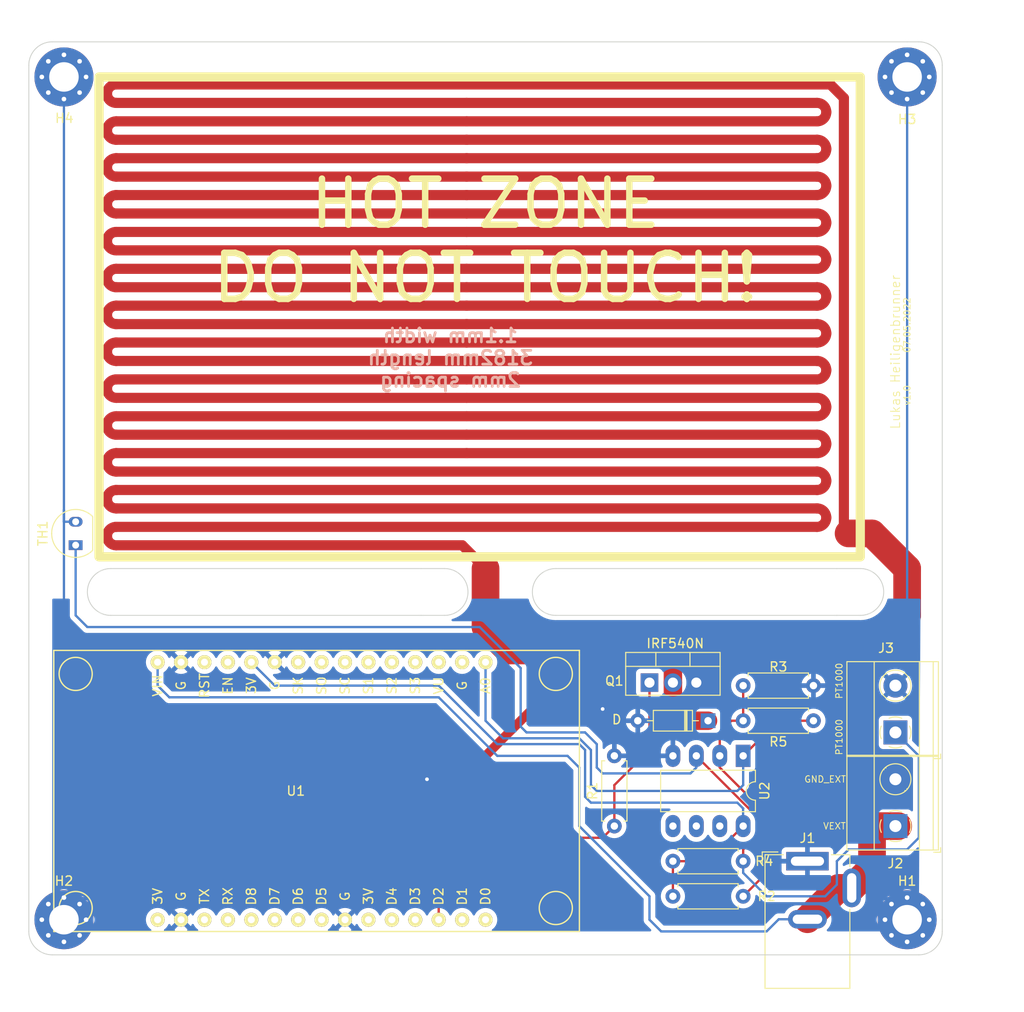
<source format=kicad_pcb>
(kicad_pcb (version 20211014) (generator pcbnew)

  (general
    (thickness 1.6)
  )

  (paper "A4")
  (title_block
    (title "SMD Reflow Solder")
    (rev "v1.0")
    (company "Lukas Heiligenbrunner")
  )

  (layers
    (0 "F.Cu" signal)
    (31 "B.Cu" signal)
    (32 "B.Adhes" user "B.Adhesive")
    (33 "F.Adhes" user "F.Adhesive")
    (34 "B.Paste" user)
    (35 "F.Paste" user)
    (36 "B.SilkS" user "B.Silkscreen")
    (37 "F.SilkS" user "F.Silkscreen")
    (38 "B.Mask" user)
    (39 "F.Mask" user)
    (40 "Dwgs.User" user "User.Drawings")
    (41 "Cmts.User" user "User.Comments")
    (42 "Eco1.User" user "User.Eco1")
    (43 "Eco2.User" user "User.Eco2")
    (44 "Edge.Cuts" user)
    (45 "Margin" user)
    (46 "B.CrtYd" user "B.Courtyard")
    (47 "F.CrtYd" user "F.Courtyard")
    (48 "B.Fab" user)
    (49 "F.Fab" user)
    (50 "User.1" user)
    (51 "User.2" user)
    (52 "User.3" user)
    (53 "User.4" user)
    (54 "User.5" user)
    (55 "User.6" user)
    (56 "User.7" user)
    (57 "User.8" user)
    (58 "User.9" user)
  )

  (setup
    (stackup
      (layer "F.SilkS" (type "Top Silk Screen"))
      (layer "F.Paste" (type "Top Solder Paste"))
      (layer "F.Mask" (type "Top Solder Mask") (thickness 0.01))
      (layer "F.Cu" (type "copper") (thickness 0.035))
      (layer "dielectric 1" (type "core") (thickness 1.51) (material "FR4") (epsilon_r 4.5) (loss_tangent 0.02))
      (layer "B.Cu" (type "copper") (thickness 0.035))
      (layer "B.Mask" (type "Bottom Solder Mask") (thickness 0.01))
      (layer "B.Paste" (type "Bottom Solder Paste"))
      (layer "B.SilkS" (type "Bottom Silk Screen"))
      (copper_finish "None")
      (dielectric_constraints no)
    )
    (pad_to_mask_clearance 0)
    (pcbplotparams
      (layerselection 0x00010fc_ffffffff)
      (disableapertmacros false)
      (usegerberextensions true)
      (usegerberattributes true)
      (usegerberadvancedattributes true)
      (creategerberjobfile false)
      (svguseinch false)
      (svgprecision 6)
      (excludeedgelayer true)
      (plotframeref false)
      (viasonmask false)
      (mode 1)
      (useauxorigin false)
      (hpglpennumber 1)
      (hpglpenspeed 20)
      (hpglpendiameter 15.000000)
      (dxfpolygonmode true)
      (dxfimperialunits true)
      (dxfusepcbnewfont true)
      (psnegative false)
      (psa4output false)
      (plotreference true)
      (plotvalue true)
      (plotinvisibletext false)
      (sketchpadsonfab false)
      (subtractmaskfromsilk false)
      (outputformat 1)
      (mirror false)
      (drillshape 0)
      (scaleselection 1)
      (outputdirectory "out/")
    )
  )

  (net 0 "")
  (net 1 "unconnected-(U1-Pad2)")
  (net 2 "unconnected-(U1-Pad4)")
  (net 3 "unconnected-(U1-Pad5)")
  (net 4 "unconnected-(U1-Pad6)")
  (net 5 "unconnected-(U1-Pad7)")
  (net 6 "unconnected-(U1-Pad8)")
  (net 7 "unconnected-(U1-Pad9)")
  (net 8 "unconnected-(U1-Pad12)")
  (net 9 "unconnected-(U1-Pad13)")
  (net 10 "unconnected-(U1-Pad16)")
  (net 11 "unconnected-(U1-Pad18)")
  (net 12 "unconnected-(U1-Pad19)")
  (net 13 "unconnected-(U1-Pad20)")
  (net 14 "unconnected-(U1-Pad21)")
  (net 15 "unconnected-(U1-Pad22)")
  (net 16 "unconnected-(U1-Pad23)")
  (net 17 "unconnected-(U1-Pad25)")
  (net 18 "unconnected-(U1-Pad26)")
  (net 19 "unconnected-(U1-Pad27)")
  (net 20 "unconnected-(U1-Pad29)")
  (net 21 "unconnected-(U1-Pad30)")
  (net 22 "VCC")
  (net 23 "GND")
  (net 24 "+3V3")
  (net 25 "Net-(R2-Pad2)")
  (net 26 "Net-(J3-Pad1)")
  (net 27 "Net-(Q1-Pad1)")
  (net 28 "unconnected-(U1-Pad3)")
  (net 29 "unconnected-(U2-Pad5)")
  (net 30 "unconnected-(U2-Pad6)")
  (net 31 "unconnected-(U2-Pad7)")
  (net 32 "/ADC0")

  (footprint "Resistor_THT:R_Axial_DIN0207_L6.3mm_D2.5mm_P7.62mm_Horizontal" (layer "F.Cu") (at 184.15 110.49))

  (footprint "MountingHole:MountingHole_3.2mm_M3_Pad_Via" (layer "F.Cu") (at 118.11 116.84))

  (footprint "Package_TO_SOT_THT:TO-220-3_Vertical" (layer "F.Cu") (at 181.61 91.115))

  (footprint "TerminalBlock_Phoenix:TerminalBlock_Phoenix_MKDS-1,5-2-5.08_1x02_P5.08mm_Horizontal" (layer "F.Cu") (at 208.28 96.52 90))

  (footprint "TerminalBlock_Phoenix:TerminalBlock_Phoenix_MKDS-1,5-2-5.08_1x02_P5.08mm_Horizontal" (layer "F.Cu") (at 208.28 106.68 90))

  (footprint "Resistor_THT:R_Axial_DIN0207_L6.3mm_D2.5mm_P7.62mm_Horizontal" (layer "F.Cu") (at 191.77 91.44))

  (footprint "Package_DIP:DIP-8_W7.62mm_LongPads" (layer "F.Cu") (at 191.77 99.06 -90))

  (footprint "MountingHole:MountingHole_3.2mm_M3_Pad_Via" (layer "F.Cu") (at 209.55 116.84))

  (footprint "ESP8266:NodeMCU-LoLinV3" (layer "F.Cu") (at 143.51 102.87 -90))

  (footprint "Package_TO_SOT_THT:TO-92-2" (layer "F.Cu") (at 119.38 76.2 90))

  (footprint "Resistor_THT:R_Axial_DIN0207_L6.3mm_D2.5mm_P7.62mm_Horizontal" (layer "F.Cu") (at 184.15 114.3))

  (footprint "MountingHole:MountingHole_3.2mm_M3_Pad_Via" (layer "F.Cu") (at 209.55 25.4))

  (footprint "Resistor_THT:R_Axial_DIN0207_L6.3mm_D2.5mm_P7.62mm_Horizontal" (layer "F.Cu") (at 177.8 106.68 90))

  (footprint "MountingHole:MountingHole_3.2mm_M3_Pad_Via" (layer "F.Cu") (at 118.11 25.4))

  (footprint "Resistor_THT:R_Axial_DIN0207_L6.3mm_D2.5mm_P7.62mm_Horizontal" (layer "F.Cu") (at 191.77 95.25))

  (footprint "Connector_BarrelJack:BarrelJack_GCT_DCJ200-10-A_Horizontal" (layer "F.Cu") (at 198.74 110.49))

  (footprint "Diode_THT:D_DO-35_SOD27_P7.62mm_Horizontal" (layer "F.Cu") (at 187.96 95.25 180))

  (gr_rect (start 121.92 25.4) (end 204.47 77.47) (layer "F.SilkS") (width 1) (fill none) (tstamp a152f063-a703-4c36-8f3f-666948886637))
  (gr_arc (start 123.19 83.82) (mid 120.65 81.28) (end 123.19 78.74) (layer "Edge.Cuts") (width 0.1) (tstamp 0bc88e76-2e2e-4cb4-8e06-f1c4d1253f61))
  (gr_arc (start 210.82 21.59) (mid 212.616051 22.333949) (end 213.36 24.13) (layer "Edge.Cuts") (width 0.1) (tstamp 2636e8c7-1d19-4048-89cd-0d5a1d0f3616))
  (gr_arc (start 213.36 118.11) (mid 212.616051 119.906051) (end 210.82 120.65) (layer "Edge.Cuts") (width 0.1) (tstamp 2d4ebdf5-600b-4a02-80c0-8613d77fd7f0))
  (gr_line (start 201.93 78.74) (end 204.47 78.74) (layer "Edge.Cuts") (width 0.1) (tstamp 363bb7e6-1115-48f7-9136-7e6eab648124))
  (gr_arc (start 171.45 83.82) (mid 168.91 81.28) (end 171.45 78.74) (layer "Edge.Cuts") (width 0.1) (tstamp 405a66d1-a84f-4752-83f8-f967dce9abca))
  (gr_line (start 201.93 83.82) (end 204.47 83.82) (layer "Edge.Cuts") (width 0.1) (tstamp 4cf7da03-5332-486c-aa34-68bf70cf8801))
  (gr_arc (start 204.47 78.74) (mid 207.01 81.28) (end 204.47 83.82) (layer "Edge.Cuts") (width 0.1) (tstamp 4f68486f-1ea9-4e69-9cf5-2365ef35979a))
  (gr_line (start 123.19 78.74) (end 156.845 78.74) (layer "Edge.Cuts") (width 0.1) (tstamp 55c15fc5-b5a9-43d7-9a88-bfa97086aa39))
  (gr_line (start 213.36 24.13) (end 213.36 116.84) (layer "Edge.Cuts") (width 0.1) (tstamp 5d52ecb2-7703-429d-9d6e-1d4065ec19b2))
  (gr_line (start 210.82 120.65) (end 116.84 120.65) (layer "Edge.Cuts") (width 0.1) (tstamp 67057d04-651f-4f55-b582-bd74269f0054))
  (gr_line (start 213.36 118.11) (end 213.36 116.84) (layer "Edge.Cuts") (width 0.1) (tstamp 6c4a9c47-b39e-4116-af07-d25fc075bc01))
  (gr_line (start 114.3 118.11) (end 114.3 24.13) (layer "Edge.Cuts") (width 0.1) (tstamp 6db957e6-8fd4-410a-83f4-6133ad518c4b))
  (gr_line (start 171.45 83.82) (end 201.93 83.82) (layer "Edge.Cuts") (width 0.1) (tstamp 84a61bcc-edb3-4f0a-b5ee-67ea7bf5fa50))
  (gr_arc (start 116.84 120.65) (mid 115.043949 119.906051) (end 114.3 118.11) (layer "Edge.Cuts") (width 0.1) (tstamp 8b9d1094-885a-498f-86cb-850195ff9047))
  (gr_line (start 171.45 78.74) (end 201.93 78.74) (layer "Edge.Cuts") (width 0.1) (tstamp a1c6121a-19fb-479d-8c88-f5f8bb896184))
  (gr_arc (start 114.3 24.13) (mid 115.043949 22.333949) (end 116.84 21.59) (layer "Edge.Cuts") (width 0.1) (tstamp aad4a83b-8cef-4ca6-99f0-718b538fd271))
  (gr_line (start 156.845 83.82) (end 159.385 83.82) (layer "Edge.Cuts") (width 0.1) (tstamp b7c39487-8f7b-4aac-a9b0-b8fb38f6405f))
  (gr_arc (start 159.385 78.74) (mid 161.925 81.28) (end 159.385 83.82) (layer "Edge.Cuts") (width 0.1) (tstamp bdbe3975-c63b-4400-934b-fd1b510361dc))
  (gr_line (start 116.84 21.59) (end 209.55 21.59) (layer "Edge.Cuts") (width 0.1) (tstamp ea5b4bfa-1915-4f97-877e-c393576dc740))
  (gr_line (start 156.845 78.74) (end 159.385 78.74) (layer "Edge.Cuts") (width 0.1) (tstamp f19a8eae-0230-4222-8201-8ff4c3ccb72a))
  (gr_line (start 123.19 83.82) (end 156.845 83.82) (layer "Edge.Cuts") (width 0.1) (tstamp f4e04a35-1b53-42a6-9fe4-09d51277124a))
  (gr_line (start 209.55 21.59) (end 210.82 21.59) (layer "Edge.Cuts") (width 0.1) (tstamp fe420f77-c9eb-481c-b9f6-270370590034))
  (gr_text "1.1mm width\n3182mm length\n2mm spacing" (at 160.02 55.88) (layer "B.SilkS") (tstamp 75c7e7b2-05e4-4767-8084-74e24409ba24)
    (effects (font (size 1.5 1.5) (thickness 0.3)) (justify mirror))
  )
  (gr_text "07.05.2022" (at 209.55 52.324 90) (layer "F.SilkS") (tstamp 09415402-d276-45b7-afb8-bf3974bf2a44)
    (effects (font (size 0.7 0.7) (thickness 0.1)))
  )
  (gr_text "Lukas Heiligenbrunner" (at 208.28 55.245 90) (layer "F.SilkS") (tstamp 0b1e5997-7cd1-4f74-a1f7-9972c74a00be)
    (effects (font (size 1 1) (thickness 0.1)))
  )
  (gr_text "PT1000" (at 202.184 90.932 90) (layer "F.SilkS") (tstamp 3b1c1768-766c-42cf-92e2-5ac179219634)
    (effects (font (size 0.7 0.7) (thickness 0.1)))
  )
  (gr_text "GND_EXT" (at 200.66 101.6) (layer "F.SilkS") (tstamp 4d8e08e2-d2ef-4e0b-94c4-a7c14b74b020)
    (effects (font (size 0.7 0.7) (thickness 0.1)))
  )
  (gr_text "HOT ZONE\nDO NOT TOUCH!" (at 163.83 43.18) (layer "F.SilkS") (tstamp 60e61964-6ea7-468c-b4d5-c464c2964fb4)
    (effects (font (size 5 5) (thickness 0.7)))
  )
  (gr_text "v1.0" (at 209.55 59.944 90) (layer "F.SilkS") (tstamp 842d9caa-951d-4df6-879c-ca93fb99c460)
    (effects (font (size 0.7 0.7) (thickness 0.1)))
  )
  (gr_text "PT1000" (at 202.184 97.028 90) (layer "F.SilkS") (tstamp b8ff5247-d7e9-49b7-a0d1-efa1eb141922)
    (effects (font (size 0.7 0.7) (thickness 0.1)))
  )
  (gr_text "VEXT" (at 201.676 106.68) (layer "F.SilkS") (tstamp f969ddd1-ef60-44d4-a55e-2fbb2fa16c5f)
    (effects (font (size 0.7 0.7) (thickness 0.1)))
  )
  (dimension (type aligned) (layer "Cmts.User") (tstamp 2d888120-70b2-4ada-b93e-953b16efebf9)
    (pts (xy 213.434615 21.59) (xy 213.434615 120.65))
    (height -5.005385)
    (gr_text "99.0600 mm" (at 217.29 71.12 90) (layer "Cmts.User") (tstamp 2d888120-70b2-4ada-b93e-953b16efebf9)
      (effects (font (size 1 1) (thickness 0.15)))
    )
    (format (units 3) (units_format 1) (precision 4))
    (style (thickness 0.15) (arrow_length 1.27) (text_position_mode 0) (extension_height 0.58642) (extension_offset 0.5) keep_text_aligned)
  )
  (dimension (type aligned) (layer "Cmts.User") (tstamp ac285884-6f03-4659-9705-75f1c21b3d37)
    (pts (xy 114.3 21.59) (xy 213.434615 21.59))
    (height -2.54)
    (gr_text "99.1346 mm" (at 163.867307 17.9) (layer "Cmts.User") (tstamp ac285884-6f03-4659-9705-75f1c21b3d37)
      (effects (font (size 1 1) (thickness 0.15)))
    )
    (format (units 3) (units_format 1) (precision 4))
    (style (thickness 0.15) (arrow_length 1.27) (text_position_mode 0) (extension_height 0.58642) (extension_offset 0.5) keep_text_aligned)
  )

  (segment (start 161.782 64.215998) (end 199.782 64.215999) (width 1.1) (layer "F.Cu") (net 22) (tstamp 028612cd-d4ec-44d1-8ed9-30c207d7af4a))
  (segment (start 161.782 66.215999) (end 123.782 66.216) (width 1.1) (layer "F.Cu") (net 22) (tstamp 0ba81f61-f0fa-4582-b69f-657fa406d11a))
  (segment (start 166.37 87.63) (end 184.15 87.63) (width 3) (layer "F.Cu") (net 22) (tstamp 0fe56f69-2fff-457b-9395-0243e44ebbde))
  (segment (start 123.782 48.21599) (end 161.782 48.21599) (width 1.1) (layer "F.Cu") (net 22) (tstamp 139c00be-92ae-4d0e-9f6c-354fc92eed27))
  (segment (start 199.782 38.215985) (end 161.782 38.215985) (width 1.1) (layer "F.Cu") (net 22) (tstamp 167cc30a-5c03-4c40-b32b-9bad7550c0c4))
  (segment (start 202.692 27.686) (end 201.221979 26.215979) (width 1.1) (layer "F.Cu") (net 22) (tstamp 1cf81213-8e8f-42dd-ae0b-133fe848f346))
  (segment (start 199.782 58.215995) (end 161.782 58.215995) (width 1.1) (layer "F.Cu") (net 22) (tstamp 21444cb3-391d-4dce-b130-6c2c2bcdd204))
  (segment (start 199.782 62.215997) (end 161.782 62.215997) (width 1.1) (layer "F.Cu") (net 22) (tstamp 2161b6be-b423-4a0d-81fa-e90c44425a2e))
  (segment (start 161.782 28.21598) (end 199.782 28.215981) (width 1.1) (layer "F.Cu") (net 22) (tstamp 243eb345-21f5-4ffc-a364-039ec3c76704))
  (segment (start 203.54 113.39) (end 202.14 113.39) (width 3) (layer "F.Cu") (net 22) (tstamp 2809d93d-31b2-4fb7-9d0c-09e434030635))
  (segment (start 161.782 42.215987) (end 123.782 42.215988) (width 1.1) (layer "F.Cu") (net 22) (tstamp 2dd778a8-eb55-4676-996b-b9bd3fa749ac))
  (segment (start 201.221979 26.215979) (end 123.782 26.21598) (width 1.1) (layer "F.Cu") (net 22) (tstamp 2f783dad-5b27-41d6-8c8f-2024f972ede2))
  (segment (start 161.782 36.215984) (end 199.782 36.215985) (width 1.1) (layer "F.Cu") (net 22) (tstamp 358c34ad-db27-47d4-816a-6e542551c0e6))
  (segment (start 123.782 72.216) (end 199.782 72.216) (width 1.1) (layer "F.Cu") (net 22) (tstamp 3678daae-68a2-42fb-a622-bbc111190212))
  (segment (start 184.15 91.115) (end 184.15 87.63) (width 2) (layer "F.Cu") (net 22) (tstamp 3968b21c-d74b-4f23-8366-2b685563687b))
  (segment (start 123.782 32.215982) (end 161.782 32.215982) (width 1.1) (layer "F.Cu") (net 22) (tstamp 3d990ac1-cc49-4f74-b4fc-339c61b1d0cf))
  (segment (start 161.782 32.215982) (end 199.782 32.215983) (width 1.1) (layer "F.Cu") (net 22) (tstamp 3fb6057e-9ccb-422f-aceb-1f6482a9dd9b))
  (segment (start 161.782 60.215996) (end 199.782 60.215997) (width 1.1) (layer "F.Cu") (net 22) (tstamp 41e1bb5b-048a-43a4-8766-5a11c20b3697))
  (segment (start 161.782 40.215986) (end 199.782 40.215987) (width 1.1) (layer "F.Cu") (net 22) (tstamp 4344a80d-e1dd-4822-8bb7-e33fe774d243))
  (segment (start 123.782 76.216) (end 161.306 76.216) (width 1.1) (layer "F.Cu") (net 22) (tstamp 47e5d317-50dc-44a7-823e-9053acbda789))
  (segment (start 187.96 95.25) (end 185.16 95.25) (width 2) (layer "F.Cu") (net 22) (tstamp 4ad26248-4d57-4a59-b21a-424d7a43ab9d))
  (segment (start 163.83 85.09) (end 166.37 87.63) (width 3) (layer "F.Cu") (net 22) (tstamp 567d23cd-eff0-447b-b716-25be3f3695fd))
  (segment (start 208.585 106.685) (end 205.745 106.685) (width 3) (layer "F.Cu") (net 22) (tstamp 59ecad3a-03c7-4666-8831-22ddef786059))
  (segment (start 161.782 34.215983) (end 123.782 34.215984) (width 1.1) (layer "F.Cu") (net 22) (tstamp 62b11505-d0d1-487b-966b-e2dd8f707b21))
  (segment (start 184.15 94.24) (end 184.15 91.115) (width 2) (layer "F.Cu") (net 22) (tstamp 6649df7f-fb63-42ca-9cf0-66f6816034fc))
  (segment (start 205.745 111.185) (end 203.54 113.39) (width 3) (layer "F.Cu") (net 22) (tstamp 6a0820ce-f7f2-4560-ae07-0411e13d1db4))
  (segment (start 199.782 66.215999) (end 161.782 66.215999) (width 1.1) (layer "F.Cu") (net 22) (tstamp 718124f7-68c7-4e3a-a1b3-766abda57378))
  (segment (start 123.782 44.215988) (end 161.782 44.215988) (width 1.1) (layer "F.Cu") (net 22) (tstamp 79e51953-a280-4e42-935b-2cc07323d55f))
  (segment (start 161.306 76.216) (end 163.83 78.74) (width 1.1) (layer "F.Cu") (net 22) (tstamp 7a04b9d1-36c8-46ba-b12a-2717e104a1d1))
  (segment (start 203.2 90.17) (end 209.55 83.82) (width 3) (layer "F.Cu") (net 22) (tstamp 7ffcc191-7727-4935-aabb-116959a7bd72))
  (segment (start 161.782 50.215991) (end 123.782 50.215992) (width 1.1) (layer "F.Cu") (net 22) (tstamp 81bd5556-62cf-4e30-8e15-399dde7b23da))
  (segment (start 209.55 78.74) (end 205.74 74.93) (width 3) (layer "F.Cu") (net 22) (tstamp 82712cba-cdff-405b-9e50-ecd452c66c2d))
  (segment (start 123.782 56.215994) (end 161.782 56.215994) (width 1.1) (layer "F.Cu") (net 22) (tstamp 878e39ca-52aa-4219-b065-790e3ef17925))
  (segment (start 199.782 42.215987) (end 161.782 42.215987) (width 1.1) (layer "F.Cu") (net 22) (tstamp 8c7ba5bd-08fc-4675-909d-67ddf6c5a620))
  (segment (start 199.782 30.215981) (end 161.782 30.215981) (width 1.1) (layer "F.Cu") (net 22) (tstamp 8e6cac67-797b-4573-b6bd-d31cccb6d234))
  (segment (start 199.782 46.215989) (end 161.782 46.215989) (width 1.1) (layer "F.Cu") (net 22) (tstamp 9416096d-77f2-491f-a3f2-900711d05770))
  (segment (start 161.782 58.215995) (end 123.782 58.215996) (width 1.1) (layer "F.Cu") (net 22) (tstamp 950ee74b-8446-4e97-8629-10797fa884df))
  (segment (start 199.782 70.216) (end 123.782 70.216) (width 1.1) (layer "F.Cu") (net 22) (tstamp 96520a8b-2adc-4132-a354-b1edde96fd17))
  (segment (start 123.782 68.216) (end 199.782 68.216) (width 1.1) (layer "F.Cu") (net 22) (tstamp 96fa1ce6-00ed-4c94-8fbb-9e96a4d691f7))
  (segment (start 205.745 106.685) (end 205.745 111.185) (width 3) (layer "F.Cu") (net 22) (tstamp 998c0b25-77dc-4668-9c00-c7c87f54fc6b))
  (segment (start 185.16 95.25) (end 184.15 94.24) (width 2) (layer "F.Cu") (net 22) (tstamp 9fd88bdb-0332-411a-9311-aaf488d4bb4e))
  (segment (start 161.782 52.215992) (end 199.782 52.215993) (width 1.1) (layer "F.Cu") (net 22) (tstamp a5ecd1b4-1c72-4cff-9266-debab2bec36f))
  (segment (start 161.782 48.21599) (end 199.782 48.215991) (width 1.1) (layer "F.Cu") (net 22) (tstamp a68bc5b6-24e1-43d5-8493-74b77b5a7301))
  (segment (start 123.782 36.215984) (end 161.782 36.215984) (width 1.1) (layer "F.Cu") (net 22) (tstamp acc15feb-c0ca-44f5-8ff8-524003fcfba5))
  (segment (start 203.2 74.93) (end 202.692 74.422) (width 1.1) (layer "F.Cu") (net 22) (tstamp ae854d51-eaff-45da-9fc7-4b3a0338cddd))
  (segment (start 123.782 40.215986) (end 161.782 40.215986) (width 1.1) (layer "F.Cu") (net 22) (tstamp afbc2619-b36a-4433-b863-f94d95f05ff5))
  (segment (start 161.782 44.215988) (end 199.782 44.215989) (width 1.1) (layer "F.Cu") (net 22) (tstamp afea4c1a-cdfc-4942-b842-24ddd846a982))
  (segment (start 161.782 62.215997) (end 123.782 62.215998) (width 1.1) (layer "F.Cu") (net 22) (tstamp b38e378a-ee60-40b1-8c1d-e5143a867ea1))
  (segment (start 161.782 46.215989) (end 123.782 46.21599) (width 1.1) (layer "F.Cu") (net 22) (tstamp b401b7f2-7532-471e-a792-50a9b2e5b016))
  (segment (start 123.782 28.21598) (end 161.782 28.21598) (width 1.1) (layer "F.Cu") (net 22) (tstamp b7490420-10a8-449a-a39b-e5e6bc64acd0))
  (segment (start 205.74 74.93) (end 203.2 74.93) (width 3) (layer "F.Cu") (net 22) (tstamp bbef2237-7689-4cc1-ba2b-dd75c619a21a))
  (segment (start 123.782 60.215996) (end 161.782 60.215996) (width 1.1) (layer "F.Cu") (net 22) (tstamp bc34cb03-3b67-49ec-9a3e-156d01679f31))
  (segment (start 161.782 54.215993) (end 123.782 54.215994) (width 1.1) (layer "F.Cu") (net 22) (tstamp bf601aed-817e-4075-b698-2d562c57e6dc))
  (segment (start 123.782 52.215992) (end 161.782 52.215992) (width 1.1) (layer "F.Cu") (net 22) (tstamp c04eb728-8917-4fa2-9eb2-21ce30739510))
  (segment (start 199.782 54.215993) (end 161.782 54.215993) (width 1.1) (layer "F.Cu") (net 22) (tstamp c2c27476-bbfd-43e0-8f7a-356f5a60fdc7))
  (segment (start 202.692 74.422) (end 202.692 27.686) (width 1.1) (layer "F.Cu") (net 22) (tstamp ca3ef774-3c14-4314-b804-e22b9169e0b7))
  (segment (start 161.782 30.215981) (end 123.782 30.215982) (width 1.1) (layer "F.Cu") (net 22) (tstamp d160b18d-23dc-409e-a209-5ace6d073afb))
  (segment (start 161.782 56.215994) (end 199.782 56.215995) (width 1.1) (layer "F.Cu") (net 22) (tstamp d1b5fded-0ad4-4a2b-ac12-346f1f487d1e))
  (segment (start 199.782 34.215983) (end 161.782 34.215983) (width 1.1) (layer "F.Cu") (net 22) (tstamp d586a142-9e4b-402e-8a4c-1739b79e2af0))
  (segment (start 203.2 104.14) (end 203.2 90.17) (width 3) (layer "F.Cu") (net 22) (tstamp dcc354e2-f47b-4b7a-8cf1-a9a7f9d0146c))
  (segment (start 161.782 38.215985) (end 123.782 38.215986) (width 1.1) (layer "F.Cu") (net 22) (tstamp e15a33a1-4fa0-476d-957d-c1aff4c61ee4))
  (segment (start 209.55 83.82) (end 209.55 78.74) (width 3) (layer "F.Cu") (net 22) (tstamp e4cf69e3-3bce-4915-812e-6144983cb350))
  (segment (start 199.782 50.215991) (end 161.782 50.215991) (width 1.1) (layer "F.Cu") (net 22) (tstamp e78d4b48-7763-436f-be9a-b16e630c931f))
  (segment (start 202.14 113.39) (end 198.74 116.79) (width 3) (layer "F.Cu") (net 22) (tstamp e8f12183-7676-4727-944a-f6c76a25855e))
  (segment (start 123.782 64.215998) (end 161.782 64.215998) (width 1.1) (layer "F.Cu") (net 22) (tstamp e9fd736d-f126-4def-a150-918ca0aee616))
  (segment (start 205.745 106.685) (end 203.2 104.14) (width 3) (layer "F.Cu") (net 22) (tstamp ef611875-aec2-4afd-9772-c8bdd0b82c42))
  (segment (start 199.782 74.216) (end 123.782 74.216) (width 1.1) (layer "F.Cu") (net 22) (tstamp f1ea26af-7f98-4966-a813-41ed53d6d835))
  (segment (start 163.83 85.09) (end 163.83 78.74) (width 3) (layer "F.Cu") (net 22) (tstamp f9ab31ee-2383-471d-b158-abff1dd16e93))
  (arc (start 123.782 34.215984) (mid 123.074893 34.508877) (end 122.782 35.215984) (width 1.1) (layer "F.Cu") (net 22) (tstamp 07ffbe37-e0de-4492-b3fe-5ff5b6b88cc9))
  (arc (start 123.782 30.215982) (mid 123.074893 30.508875) (end 122.782 31.215982) (width 1.1) (layer "F.Cu") (net 22) (tstamp 0893dbc7-9df6-453d-9799-3f2623527043))
  (arc (start 200.782 37.215985) (mid 200.489107 37.923092) (end 199.782 38.215985) (width 1.1) (layer "F.Cu") (net 22) (tstamp 1373c1bf-8d91-4f23-bc3f-e6894e01b178))
  (arc (start 122.782 39.215986) (mid 123.074893 39.923093) (end 123.782 40.215986) (width 1.1) (layer "F.Cu") (net 22) (tstamp 15cc7357-1955-4215-9bcc-a50f6077563e))
  (arc (start 200.782 49.215991) (mid 200.489107 49.923098) (end 199.782 50.215991) (width 1.1) (layer "F.Cu") (net 22) (tstamp 19bdba1d-33aa-4d16-8ed6-95da3f226b4c))
  (arc (start 123.782 54.215994) (mid 123.074893 54.508887) (end 122.782 55.215994) (width 1.1) (layer "F.Cu") (net 22) (tstamp 1d2ec16a-ec34-405c-8f39-1c855b53a54e))
  (arc (start 199.782 52.215993) (mid 200.489107 52.508886) (end 200.782 53.215993) (width 1.1) (layer "F.Cu") (net 22) (tstamp 23402165-70b9-452b-930f-c84708ff1d41))
  (arc (start 122.782 59.215996) (mid 123.074893 59.923103) (end 123.782 60.215996) (width 1.1) (layer "F.Cu") (net 22) (tstamp 36681eee-0297-4694-80e2-e16aec3ca4da))
  (arc (start 200.782 69.216) (mid 200.489107 69.923107) (end 199.782 70.216) (width 1.1) (layer "F.Cu") (net 22) (tstamp 3c1d0247-57b3-4352-9342-3d1f17cbbc90))
  (arc (start 199.782 48.215991) (mid 200.489107 48.508884) (end 200.782 49.215991) (width 1.1) (layer "F.Cu") (net 22) (tstamp 3c6d1421-1502-4219-ab36-6162665db3e2))
  (arc (start 123.782 50.215992) (mid 123.074893 50.508885) (end 122.782 51.215992) (width 1.1) (layer "F.Cu") (net 22) (tstamp 444a1f16-56f8-428b-b650-74569959f12f))
  (arc (start 122.782 31.215982) (mid 123.074893 31.923089) (end 123.782 32.215982) (width 1.1) (layer "F.Cu") (net 22) (tstamp 4ccf5724-b079-4e88-87fc-8d85c851dc4e))
  (arc (start 199.782 36.215985) (mid 200.489107 36.508878) (end 200.782 37.215985) (width 1.1) (layer "F.Cu") (net 22) (tstamp 4e750506-5cbe-4712-a3a8-45d73eb74eba))
  (arc (start 200.782 53.215993) (mid 200.489107 53.9231) (end 199.782 54.215993) (width 1.1) (layer "F.Cu") (net 22) (tstamp 50c561b5-8a60-4a2e-afe0-9beb074e8028))
  (arc (start 123.782 26.21598) (mid 123.074893 26.508873) (end 122.782 27.21598) (width 1.1) (layer "F.Cu") (net 22) (tstamp 54fb2206-09fa-43d3-8c61-0f39d5905702))
  (arc (start 123.782 62.215998) (mid 123.074893 62.508891) (end 122.782 63.215998) (width 1.1) (layer "F.Cu") (net 22) (tstamp 57e36e35-3040-4046-a8ef-d613152d7e61))
  (arc (start 122.782 35.215984) (mid 123.074893 35.923091) (end 123.782 36.215984) (width 1.1) (layer "F.Cu") (net 22) (tstamp 63e50193-de95-4277-bb64-836ba9a61865))
  (arc (start 122.782 51.215992) (mid 123.074893 51.923099) (end 123.782 52.215992) (width 1.1) (layer "F.Cu") (net 22) (tstamp 6ea2bd2a-959c-499a-b2af-8154d013f22a))
  (arc (start 123.782 58.215996) (mid 123.074893 58.508889) (end 122.782 59.215996) (width 1.1) (layer "F.Cu") (net 22) (tstamp 769473bc-4962-4190-9542-512301f944f6))
  (arc (start 200.782 29.215981) (mid 200.489107 29.923088) (end 199.782 30.215981) (width 1.1) (layer "F.Cu") (net 22) (tstamp 8d11afd4-8428-4eba-b828-bb735678e9f8))
  (arc (start 199.782 60.215997) (mid 200.489107 60.50889) (end 200.782 61.215997) (width 1.1) (layer "F.Cu") (net 22) (tstamp 8f96557b-2b42-4bf2-8663-9f914b2af255))
  (arc (start 123.782 38.215986) (mid 123.074893 38.508879) (end 122.782 39.215986) (width 1.1) (layer "F.Cu") (net 22) (tstamp 90dbc925-ab84-4127-9d32-6657c8f002c1))
  (arc (start 199.782 72.216) (mid 200.489107 72.508893) (end 200.782 73.216) (width 1.1) (layer "F.Cu") (net 22) (tstamp 9fc266ba-0160-4b2e-b399-e6829cb459b5))
  (arc (start 200.782 45.215989) (mid 200.489107 45.923096) (end 199.782 46.215989) (width 1.1) (layer "F.Cu") (net 22) (tstamp a014a31d-2a9b-4df6-b98b-7795a80edd57))
  (arc (start 200.782 41.215987) (mid 200.489107 41.923094) (end 199.782 42.215987) (width 1.1) (layer "F.Cu") (net 22) (tstamp aafb827e-970c-465f-a9ae-efca448fcaad))
  (arc (start 199.782 64.215999) (mid 200.489107 64.508892) (end 200.782 65.215999) (width 1.1) (layer "F.Cu") (net 22) (tstamp ab10fcea-4af2-46e2-9e7c-e0c3e533ab58))
  (arc (start 199.782 28.215981) (mid 200.489107 28.508874) (end 200.782 29.215981) (width 1.1) (layer "F.Cu") (net 22) (tstamp ad4e00af-0df6-4a25-b327-4fd9d641163b))
  (arc (start 199.782 56.215995) (mid 200.489107 56.508888) (end 200.782 57.215995) (width 1.1) (layer "F.Cu") (net 22) (tstamp ada701d8-a3a8-4f76-bf64-66b85985d395))
  (arc (start 123.782 66.216) (mid 123.074893 66.508893) (end 122.782 67.216) (width 1.1) (layer "F.Cu") (net 22) (tstamp ae1c2f83-2ef2-433d-b45b-3b232786c02c))
  (arc (start 123.782 46.21599) (mid 123.074893 46.508883) (end 122.782 47.21599) (width 1.1) (layer "F.Cu") (net 22) (tstamp ae6dfa91-3721-4772-894c-89c55a9e5fca))
  (arc (start 199.782 68.216) (mid 200.489107 68.508893) (end 200.782 69.216) (width 1.1) (layer "F.Cu") (net 22) (tstamp b8a4a13e-2efe-4dc2-9851-03e1175bf809))
  (arc (start 123.782 74.216) (mid 123.074893 74.508893) (end 122.782 75.216) (width 1.1) (layer "F.Cu") (net 22) (tstamp bd8279bc-39b6-4ddf-9fc5-567f85bf6e04))
  (arc (start 199.782 44.215989) (mid 200.489107 44.508882) (end 200.782 45.215989) (width 1.1) (layer "F.Cu") (net 22) (tstamp be085264-9151-40f3-8bc6-c88f39c99c72))
  (arc (start 122.782 55.215994) (mid 123.074893 55.923101) (end 123.782 56.215994) (width 1.1) (layer "F.Cu") (net 22) (tstamp be7ed3e9-5423-4934-91d8-e7730cce9c1d))
  (arc (start 199.782 32.215983) (mid 200.489107 32.508876) (end 200.782 33.215983) (width 1.1) (layer "F.Cu") (net 22) (tstamp c0087f83-430d-45fc-9a4e-1c4fe93d6218))
  (arc (start 123.782 70.216) (mid 123.074893 70.508893) (end 122.782 71.216) (width 1.1) (layer "F.Cu") (net 22) (tstamp c3cb65ac-1b92-45eb-9514-6ad74c30fc8b))
  (arc (start 122.782 27.21598) (mid 123.074893 27.923087) (end 123.782 28.21598) (width 1.1) (layer "F.Cu") (net 22) (tstamp c625a2c2-932c-4b1f-80c5-a23dd84c524b))
  (arc (start 200.782 33.215983) (mid 200.489107 33.92309) (end 199.782 34.215983) (width 1.1) (layer "F.Cu") (net 22) (tstamp d3a97fa3-83c2-4fdb-a9c8-c85d7e5b755e))
  (arc (start 200.782 65.215999) (mid 200.489107 65.923106) (end 199.782 66.215999) (width 1.1) (layer "F.Cu") (net 22) (tstamp d71232d5-2a1a-4a49-bdab-f80f40c920e1))
  (arc (start 200.782 73.216) (mid 200.489107 73.923107) (end 199.782 74.216) (width 1.1) (layer "F.Cu") (net 22) (tstamp ddb9bec6-7781-4fac-ba63-66443431304a))
  (arc (start 122.782 67.216) (mid 123.074893 67.923107) (end 123.782 68.216) (width 1.1) (layer "F.Cu") (net 22) (tstamp de430546-c770-4256-9b59-a3f5b2ecfcdd))
  (arc (start 122.782 63.215998) (mid 123.074893 63.923105) (end 123.782 64.215998) (width 1.1) (layer "F.Cu") (net 22) (tstamp df07eb29-6fdd-4314-a28a-05df8dd7e8e7))
  (arc (start 122.782 47.21599) (mid 123.074893 47.923097) (end 123.782 48.21599) (width 1.1) (layer "F.Cu") (net 22) (tstamp df7ec919-7d3d-4f44-b42f-d492bfdfa9ad))
  (arc (start 200.782 61.215997) (mid 200.489107 61.923104) (end 199.782 62.215997) (width 1.1) (layer "F.Cu") (net 22) (tstamp e0daf45a-617f-4efe-836f-52f16ac57b24))
  (arc (start 122.782 71.216) (mid 123.074893 71.923107) (end 123.782 72.216) (width 1.1) (layer "F.Cu") (net 22) (tstamp e25a8fd3-4d29-4738-a897-7f679a708b8e))
  (arc (start 200.782 57.215995) (mid 200.489107 57.923102) (end 199.782 58.215995) (width 1.1) (layer "F.Cu") (net 22) (tstamp e5eb0cd6-3f47-4f73-854b-a5a868ee5b2f))
  (arc (start 123.782 42.215988) (mid 123.074893 42.508881) (end 122.782 43.215988) (width 1.1) (layer "F.Cu") (net 22) (tstamp f75a0456-e6ad-49f9-baf4-c5f6f64aa210))
  (arc (start 122.782 75.216) (mid 123.074893 75.923107) (end 123.782 76.216) (width 1.1) (layer "F.Cu") (net 22) (tstamp fa221136-8db1-47d1-a16d-e0ca4b54b545))
  (arc (start 199.782 40.215987) (mid 200.489107 40.50888) (end 200.782 41.215987) (width 1.1) (layer "F.Cu") (net 22) (tstamp fe9a90b2-6544-412a-9ab3-cd9dad49231e))
  (arc (start 122.782 43.215988) (mid 123.074893 43.923095) (end 123.782 44.215988) (width 1.1) (layer "F.Cu") (net 22) (tstamp ff5421a3-a7af-4a3e-9c50-e113529fac6a))
  (segment (start 165.1 99.06) (end 172.72 99.06) (width 0.25) (layer "B.Cu") (net 22) (tstamp 15c150f6-1f4a-4017-af1a-eed84c14f96d))
  (segment (start 128.27 91.44) (end 129.54 92.71) (width 0.25) (layer "B.Cu") (net 22) (tstamp 2f7a3de1-c54d-4ad9-a433-f6a1e2fe58ce))
  (segment (start 194.31 118.11) (end 195.63 116.79) (width 0.25) (layer "B.Cu") (net 22) (tstamp 59e90323-2351-4476-9c95-6d1bfd5eeaf7))
  (segment (start 173.99 100.33) (end 173.99 106.68) (width 0.25) (layer "B.Cu") (net 22) (tstamp 5e21555f-3841-46b1-8412-6055651fced6))
  (segment (start 128.27 88.9) (end 128.27 91.44) (width 0.25) (layer "B.Cu") (net 22) (tstamp 602d1bd8-ff50-48c5-8b14-55b68c93a93c))
  (segment (start 181.61 116.84) (end 182.88 118.11) (width 0.25) (layer "B.Cu") (net 22) (tstamp 7eb97a8c-6dd2-47a0-8783-8084b9d8c663))
  (segment (start 195.63 116.79) (end 198.74 116.79) (width 0.25) (layer "B.Cu") (net 22) (tstamp 8e1daef9-b9b8-40bf-9f51-43479e838863))
  (segment (start 181.61 114.3) (end 181.61 116.84) (width 0.25) (layer "B.Cu") (net 22) (tstamp 92723b51-c234-401d-ba4f-f2e3cd6e21e3))
  (segment (start 182.88 118.11) (end 194.31 118.11) (width 0.25) (layer "B.Cu") (net 22) (tstamp badace39-241a-4442-954a-0b4f344f3e5c))
  (segment (start 172.72 99.06) (end 173.99 100.33) (width 0.25) (layer "B.Cu") (net 22) (tstamp d06f50c4-9268-4383-8ac0-375fa30446d2))
  (segment (start 173.99 106.68) (end 181.61 114.3) (width 0.25) (layer "B.Cu") (net 22) (tstamp d728725b-8d8e-4c55-834f-148e8ab8b12e))
  (segment (start 129.54 92.71) (end 158.75 92.71) (width 0.25) (layer "B.Cu") (net 22) (tstamp d83e8337-6457-47ca-bfa1-f7ae6b50acc2))
  (segment (start 158.75 92.71) (end 165.1 99.06) (width 0.25) (layer "B.Cu") (net 22) (tstamp dc1438fc-598c-4a6f-ade3-f9f9631ef70c))
  (segment (start 157.48 101.6) (end 161.29 101.6) (width 1) (layer "F.Cu") (net 23) (tstamp 180f5f5e-4fe8-4cd7-b0b1-a6047d9212f9))
  (segment (start 161.29 101.6) (end 168.91 93.98) (width 1) (layer "F.Cu") (net 23) (tstamp d4f7ba94-086f-4826-9cce-769fe0ee215e))
  (segment (start 168.91 93.98) (end 176.53 93.98) (width 1) (layer "F.Cu") (net 23) (tstamp fe397683-46f4-4333-8de1-c08a1e730ea6))
  (via (at 176.53 93.98) (size 2) (drill 0.4) (layers "F.Cu" "B.Cu") (free) (net 23) (tstamp 48cf9802-3f27-4a7e-9923-a56dfe48867c))
  (via (at 157.48 101.6) (size 2) (drill 0.4) (layers "F.Cu" "B.Cu") (free) (net 23) (tstamp 66dbaf33-ba5b-4b95-9997-3ec89c19c44b))
  (segment (start 119.38 73.66) (end 118.11 73.66) (width 0.25) (layer "B.Cu") (net 23) (tstamp 43d17e1c-c7c6-4d76-b91e-e68b3ccbfe54))
  (segment (start 118.11 25.4) (end 118.11 72.39) (width 0.25) (layer "B.Cu") (net 23) (tstamp 7b128d06-c2bc-4728-a41d-73ba8084b118))
  (segment (start 118.11 72.39) (end 118.11 82.11) (width 0.25) (layer "B.Cu") (net 23) (tstamp 862b17c6-31fb-4a86-8ea8-297aaa1154f1))
  (segment (start 208.28 26.67) (end 209.55 25.4) (width 0.25) (layer "B.Cu") (net 23) (tstamp a48061e3-73a7-4603-b410-fac74dea7c4d))
  (segment (start 118.11 73.66) (end 118.11 72.39) (width 0.25) (layer "B.Cu") (net 23) (tstamp d216c541-fab1-494b-860f-01c4161453ec))
  (segment (start 209.55 25.4) (end 209.55 82.55) (width 0.25) (layer "B.Cu") (net 23) (tstamp d36c4fbe-232d-409c-9764-dc10caeaf4d8))
  (segment (start 187.96 110.49) (end 191.76 106.69) (width 0.25) (layer "F.Cu") (net 24) (tstamp 1a176beb-23bb-480c-8d65-a318418883e1))
  (segment (start 184.15 110.49) (end 187.96 110.49) (width 0.25) (layer "F.Cu") (net 24) (tstamp 8e8fae40-fe81-46ea-bbda-60c5bf9e8da3))
  (segment (start 184.15 114.3) (end 184.15 110.49) (width 0.25) (layer "F.Cu") (net 24) (tstamp a13349c4-cc9f-4bcd-bf4c-2db4ef416347))
  (segment (start 184.16 110.48) (end 184.15 110.49) (width 0.25) (layer "F.Cu") (net 24) (tstamp e5a289d5-2d8e-4647-97f9-0f74876123ea))
  (segment (start 174.625 98.425) (end 174.625 103.505) (width 0.25) (layer "B.Cu") (net 24) (tstamp 3b65d9dd-0d35-4098-ac1c-fe0afc4c7218))
  (segment (start 175.26 104.14) (end 191.135 104.14) (width 0.25) (layer "B.Cu") (net 24) (tstamp 3eece5a8-1f03-4adc-839b-89d38214b639))
  (segment (start 165.1 97.79) (end 173.99 97.79) (width 0.25) (layer "B.Cu") (net 24) (tstamp 625642d7-75b9-4c54-9ec8-63ce71a2d265))
  (segment (start 191.76 104.785) (end 191.76 106.69) (width 0.25) (layer "B.Cu") (net 24) (tstamp 70a3ec43-f6b9-4579-adae-cda0dc1e09ef))
  (segment (start 191.135 104.14) (end 191.77 104.775) (width 0.25) (layer "B.Cu") (net 24) (tstamp 76474dd6-2381-4e93-9674-aedb442beb17))
  (segment (start 173.99 97.79) (end 174.625 98.425) (width 0.25) (layer "B.Cu") (net 24) (tstamp 7d8c5184-8426-40db-9024-d07d86c42066))
  (segment (start 138.43 88.9) (end 140.97 91.44) (width 0.25) (layer "B.Cu") (net 24) (tstamp 8d6832b6-811c-4945-8407-2e9b8d80f6ef))
  (segment (start 158.75 91.44) (end 165.1 97.79) (width 0.25) (layer "B.Cu") (net 24) (tstamp 8e2fab7c-1120-464e-a503-57894c94759f))
  (segment (start 191.77 104.775) (end 191.76 104.785) (width 0.25) (layer "B.Cu") (net 24) (tstamp a1a76908-af40-4b0d-aa3d-f546d923ac41))
  (segment (start 174.625 103.505) (end 175.26 104.14) (width 0.25) (layer "B.Cu") (net 24) (tstamp c6b93e0b-d901-4e21-a005-90e972b4e958))
  (segment (start 140.97 91.44) (end 158.75 91.44) (width 0.25) (layer "B.Cu") (net 24) (tstamp ee70bdf7-2b11-4de2-9ea9-e465a51043d8))
  (segment (start 190.5 95.25) (end 191.77 95.25) (width 0.25) (layer "F.Cu") (net 25) (tstamp 3d046019-894f-46e3-919b-6e597a050027))
  (segment (start 189.23 99.06) (end 189.23 96.52) (width 0.25) (layer "F.Cu") (net 25) (tstamp 6abe3f9a-af70-400d-b64c-6cad60de51a6))
  (segment (start 189.22 100.32) (end 189.22 99.07) (width 0.25) (layer "F.Cu") (net 25) (tstamp 8bc791b2-3810-4835-950a-d0926e18c838))
  (segment (start 194.31 105.41) (end 189.22 100.32) (width 0.25) (layer "F.Cu") (net 25) (tstamp 959cc62c-9379-4a18-be88-45f07226bc10))
  (segment (start 191.77 114.3) (end 193.675 112.395) (width 0.25) (layer "F.Cu") (net 25) (tstamp b102b402-d131-4ffa-8ddd-27efe9947332))
  (segment (start 193.675 108.585) (end 194.31 107.95) (width 0.25) (layer "F.Cu") (net 25) (tstamp ba61e9e7-955a-4e4f-a601-4bcc71808833))
  (segment (start 189.23 96.52) (end 190.5 95.25) (width 0.25) (layer "F.Cu") (net 25) (tstamp ca4b71e8-23a4-4168-98a3-329819c1ef51))
  (segment (start 193.675 112.395) (end 193.675 108.585) (width 0.25) (layer "F.Cu") (net 25) (tstamp d181a8c4-4f7b-40f7-9901-2ad970b9adef))
  (segment (start 191.77 95.25) (end 191.77 91.44) (width 0.25) (layer "F.Cu") (net 25) (tstamp db575c71-6c84-4f97-8098-f4552210bf6c))
  (segment (start 194.31 107.95) (end 194.31 105.41) (width 0.25) (layer "F.Cu") (net 25) (tstamp f0b41b33-47c3-4b8c-8ebf-8ed8460d70d2))
  (segment (start 193.675 107.315) (end 193.675 106.065) (width 0.25) (layer "F.Cu") (net 26) (tstamp 960ddf29-ddce-447f-9b66-5dcee6ea2b21))
  (segment (start 191.77 110.49) (end 191.77 109.22) (width 0.25) (layer "F.Cu") (net 26) (tstamp 97b1d96e-e456-4103-a4f9-1ddc01fb331a))
  (segment (start 193.675 106.065) (end 186.68 99.07) (width 0.25) (layer "F.Cu") (net 26) (tstamp aad6b73e-e88f-4cf5-8bd4-7038e8ae8f2b))
  (segment (start 191.77 109.22) (end 193.675 107.315) (width 0.25) (layer "F.Cu") (net 26) (tstamp afc410de-dd0e-4821-9a96-b0cec1780c17))
  (segment (start 174.625 96.52) (end 175.895 97.79) (width 0.25) (layer "B.Cu") (net 26) (tstamp 0789a958-2dfd-48ba-89f9-be1269c36ee2))
  (segment (start 201.93 110.49) (end 203.2 109.22) (width 0.25) (layer "B.Cu") (net 26) (tstamp 414de61f-3196-455d-9878-973b52f7dc27))
  (segment (start 200.66 114.3) (end 201.93 113.03) (width 0.25) (layer "B.Cu") (net 26) (tstamp 4184f00c-ec2b-46b8-ab2b-08f789975b5d))
  (segment (start 176.53 100.965) (end 186.055 100.965) (width 0.25) (layer "B.Cu") (net 26) (tstamp 427c13b1-c79c-463f-9cbb-e5d4b6f031b5))
  (segment (start 210.82 107.95) (end 210.82 99.06) (width 0.25) (layer "B.Cu") (net 26) (tstamp 485b4911-751a-470a-aa0b-a6d013c976bf))
  (segment (start 194.31 114.3) (end 200.66 114.3) (width 0.25) (layer "B.Cu") (net 26) (tstamp 48dce12a-7dac-4849-986f-bd866e3de08f))
  (segment (start 209.55 109.22) (end 210.82 107.95) (width 0.25) (layer "B.Cu") (net 26) (tstamp 510bacf5-bcc2-485a-bcc5-50c14f62d815))
  (segment (start 210.82 99.06) (end 208.28 96.52) (width 0.25) (layer "B.Cu") (net 26) (tstamp 57f0fb35-4c9e-43d4-850f-7fa70c4d97ae))
  (segment (start 119.38 76.2) (end 119.38 83.82) (width 0.25) (layer "B.Cu") (net 26) (tstamp 6e907a23-5bd8-4687-b42b-8ad0a4afd7a8))
  (segment (start 186.055 100.965) (end 186.69 100.33) (width 0.25) (layer "B.Cu") (net 26) (tstamp 75ef25dd-9132-4c3a-933d-773c333a0888))
  (segment (start 163.195 85.09) (end 167.64 89.535) (width 0.25) (layer "B.Cu") (net 26) (tstamp 7b382862-ad06-4c2e-bd70-25837ba701cf))
  (segment (start 175.895 100.33) (end 176.53 100.965) (width 0.25) (layer "B.Cu") (net 26) (tstamp 893164d6-0450-4443-864d-fc1406862324))
  (segment (start 186.69 100.33) (end 186.69 99.06) (width 0.25) (layer "B.Cu") (net 26) (tstamp 8b8e11e9-4f48-4ea0-a607-0a14ae30093d))
  (segment (start 175.895 97.79) (end 175.895 100.33) (width 0.25) (layer "B.Cu") (net 26) (tstamp a6443d44-3ebc-4bee-8f00-24562852e43f))
  (segment (start 191.77 110.49) (end 191.77 111.76) (width 0.25) (layer "B.Cu") (net 26) (tstamp a786cbfd-8216-4af0-8b7e-17115117fc9d))
  (segment (start 191.77 111.76) (end 194.31 114.3) (width 0.25) (layer "B.Cu") (net 26) (tstamp a7e7afb7-cd8a-478e-a84a-279271f74595))
  (segment (start 167.64 95.885) (end 168.275 96.52) (width 0.25) (layer "B.Cu") (net 26) (tstamp a81b3d2c-e401-4a4f-8535-9d189c964481))
  (segment (start 119.38 83.82) (end 120.65 85.09) (width 0.25) (layer "B.Cu") (net 26) (tstamp b255551c-c14d-42cc-a7d6-836d62fbbf1b))
  (segment (start 120.65 85.09) (end 163.195 85.09) (width 0.25) (layer "B.Cu") (net 26) (tstamp b8ddece9-2ab0-4078-b128-737c25a3b11b))
  (segment (start 167.64 89.535) (end 167.64 95.885) (width 0.25) (layer "B.Cu") (net 26) (tstamp c6d63dec-62b5-4ffc-8f47-15a2f24c15b1))
  (segment (start 201.93 113.03) (end 201.93 110.49) (width 0.25) (layer "B.Cu") (net 26) (tstamp cbf909e7-b1bb-457b-9bc7-2cc06a590dbf))
  (segment (start 203.2 109.22) (end 209.55 109.22) (width 0.25) (layer "B.Cu") (net 26) (tstamp e650eff7-957a-45ef-8d7a-a08942736854))
  (segment (start 168.275 96.52) (end 174.625 96.52) (width 0.25) (layer "B.Cu") (net 26) (tstamp f73e4307-c5ba-48bb-b131-38b7233ec85b))
  (segment (start 181.61 91.115) (end 181.61 98.425) (width 0.25) (layer "F.Cu") (net 27) (tstamp 2f641fd5-2d84-4fd5-b737-05641328e271))
  (segment (start 177.8 106.68) (end 177.8 102.235) (width 0.25) (layer "F.Cu") (net 27) (tstamp 49fe882a-08c8-4af7-b84b-33d3e13c81eb))
  (segment (start 177.8 106.68) (end 176.53 107.95) (width 0.25) (layer "F.Cu") (net 27) (tstamp 6e4e28ad-56c5-44e0-aa94-169c549239d5))
  (segment (start 181.61 98.425) (end 180.975 99.06) (width 0.25) (layer "F.Cu") (net 27) (tstamp 7da4fdb1-b30e-43da-8a1a-cc51781ed841))
  (segment (start 177.8 102.235) (end 180.975 99.06) (width 0.25) (layer "F.Cu") (net 27) (tstamp 82e9d667-68ea-4256-a9f4-2f0a2d5d0114))
  (segment (start 176.53 107.95) (end 162.56 107.95) (width 0.25) (layer "F.Cu") (net 27) (tstamp b8cfcbe0-c621-4285-9842-fad11afc562b))
  (segment (start 162.56 107.95) (end 158.75 111.76) (width 0.25) (layer "F.Cu") (net 27) (tstamp bcfea7a0-601d-4a18-8957-c5d5b7abb60a))
  (segment (start 158.75 111.76) (end 158.75 116.84) (width 0.25) (layer "F.Cu") (net 27) (tstamp d6270f73-20e0-4f3c-a23b-27c25dea76f9))
  (segment (start 195.58 95.25) (end 191.77 99.06) (width 0.25) (layer "F.Cu") (net 32) (tstamp cb498b55-b780-4140-a7c8-05d42362cf95))
  (segment (start 199.39 95.25) (end 195.58 95.25) (width 0.25) (layer "F.Cu") (net 32) (tstamp e53f53ad-91f4-47b6-be6f-694728658e21))
  (segment (start 163.83 95.25) (end 165.735 97.155) (width 0.25) (layer "B.Cu") (net 32) (tstamp 0023522d-5a62-469a-bb0b-2785c69388e1))
  (segment (start 175.895 102.87) (end 191.135 102.87) (width 0.25) (layer "B.Cu") (net 32) (tstamp 139902f5-71c9-43d4-a1ec-cfc71e850a4a))
  (segment (start 191.75 99.06) (end 191.77 99.06) (width 0.25) (layer "B.Cu") (net 32) (tstamp 2bbea0c0-3c45-4ba7-8178-eb2485f4cbff))
  (segment (start 191.77 102.235) (end 191.77 99.06) (width 0.25) (layer "B.Cu") (net 32) (tstamp 2c00d27a-4c0a-4b67-aecf-846ddc77bc41))
  (segment (start 173.990718 97.155) (end 175.26 98.424282) (width 0.25) (layer "B.Cu") (net 32) (tstamp 4771ade3-ab6a-4239-9c4a-676ced263a57))
  (segment (start 165.735 97.155) (end 173.990718 97.155) (width 0.25) (layer "B.Cu") (net 32) (tstamp 4a470ac3-d337-49ab-9227-298f944d9f9e))
  (segment (start 163.83 88.9) (end 163.83 95.25) (width 0.25) (layer "B.Cu") (net 32) (tstamp 6a5d4797-a19e-4067-877b-6a8b671beb8a))
  (segment (start 191.135 102.87) (end 191.77 102.235) (width 0.25) (layer "B.Cu") (net 32) (tstamp 9562b230-4c29-411d-8ebe-2e54b1e00d8d))
  (segment (start 175.26 102.235) (end 175.895 102.87) (width 0.25) (layer "B.Cu") (net 32) (tstamp ad14c9eb-3973-4235-908b-c89d9c2bd509))
  (segment (start 175.26 98.424282) (end 175.26 102.235) (width 0.25) (layer "B.Cu") (net 32) (tstamp d809f412-c45c-4f16-8936-7499e59dbaa7))

  (zone (net 23) (net_name "GND") (layer "B.Cu") (tstamp 501ffb3e-4326-4658-a2d3-5d72d01d784a) (hatch edge 0.508)
    (connect_pads (clearance 0.508))
    (min_thickness 0.254) (filled_areas_thickness no)
    (fill yes (thermal_gap 0.508) (thermal_bridge_width 0.508))
    (polygon
      (pts
        (xy 210.82 118.11)
        (xy 116.84 118.11)
        (xy 116.84 82)
        (xy 211 82)
      )
    )
    (filled_polygon
      (layer "B.Cu")
      (pts
        (xy 118.688621 82.020002)
        (xy 118.735114 82.073658)
        (xy 118.7465 82.126)
        (xy 118.7465 83.741233)
        (xy 118.745973 83.752416)
        (xy 118.744298 83.759909)
        (xy 118.744547 83.767835)
        (xy 118.744547 83.767836)
        (xy 118.746438 83.827986)
        (xy 118.7465 83.831945)
        (xy 118.7465 83.859856)
        (xy 118.746997 83.86379)
        (xy 118.746997 83.863791)
        (xy 118.747005 83.863856)
        (xy 118.747938 83.875693)
        (xy 118.749327 83.919889)
        (xy 118.754978 83.939339)
        (xy 118.758987 83.9587)
        (xy 118.761526 83.978797)
        (xy 118.764445 83.986168)
        (xy 118.764445 83.98617)
        (xy 118.777804 84.019912)
        (xy 118.781649 84.031142)
        (xy 118.793982 84.073593)
        (xy 118.798015 84.080412)
        (xy 118.798017 84.080417)
        (xy 118.804293 84.091028)
        (xy 118.812988 84.108776)
        (xy 118.820448 84.127617)
        (xy 118.82511 84.134033)
        (xy 118.82511 84.134034)
        (xy 118.846436 84.163387)
        (xy 118.852952 84.173307)
        (xy 118.875458 84.211362)
        (xy 118.889779 84.225683)
        (xy 118.902619 84.240716)
        (xy 118.914528 84.257107)
        (xy 118.920634 84.262158)
        (xy 118.948605 84.285298)
        (xy 118.957384 84.293288)
        (xy 120.146343 85.482247)
        (xy 120.153887 85.490537)
        (xy 120.158 85.497018)
        (xy 120.163777 85.502443)
        (xy 120.207667 85.543658)
        (xy 120.210509 85.546413)
        (xy 120.23023 85.566134)
        (xy 120.233425 85.568612)
        (xy 120.242447 85.576318)
        (xy 120.274679 85.606586)
        (xy 120.281628 85.610406)
        (xy 120.292432 85.616346)
        (xy 120.308956 85.627199)
        (xy 120.324959 85.639613)
        (xy 120.365543 85.657176)
        (xy 120.376173 85.662383)
        (xy 120.41494 85.683695)
        (xy 120.422617 85.685666)
        (xy 120.422622 85.685668)
        (xy 120.434558 85.688732)
        (xy 120.453266 85.695137)
        (xy 120.471855 85.703181)
        (xy 120.479683 85.704421)
        (xy 120.47969 85.704423)
        (xy 120.515524 85.710099)
        (xy 120.527144 85.712505)
        (xy 120.562289 85.721528)
        (xy 120.56997 85.7235)
        (xy 120.590224 85.7235)
        (xy 120.609934 85.725051)
        (xy 120.629943 85.72822)
        (xy 120.637835 85.727474)
        (xy 120.673961 85.724059)
        (xy 120.685819 85.7235)
        (xy 162.880406 85.7235)
        (xy 162.948527 85.743502)
        (xy 162.969501 85.760405)
        (xy 166.969595 89.760499)
        (xy 167.003621 89.822811)
        (xy 167.0065 89.849594)
        (xy 167.0065 95.806233)
        (xy 167.005973 95.817416)
        (xy 167.004298 95.824909)
        (xy 167.004547 95.832835)
        (xy 167.004547 95.832836)
        (xy 167.006438 95.892986)
        (xy 167.0065 95.896945)
        (xy 167.0065 95.924856)
        (xy 167.006997 95.92879)
        (xy 167.006997 95.928791)
        (xy 167.007005 95.928856)
        (xy 167.007938 95.940693)
        (xy 167.009327 95.984889)
        (xy 167.013599 95.999593)
        (xy 167.014978 96.004339)
        (xy 167.018987 96.0237)
        (xy 167.021526 96.043797)
        (xy 167.024445 96.051168)
        (xy 167.024445 96.05117)
        (xy 167.037804 96.084912)
        (xy 167.041649 96.096142)
        (xy 167.049017 96.121502)
        (xy 167.053982 96.138593)
        (xy 167.058015 96.145412)
        (xy 167.058017 96.145417)
        (xy 167.064293 96.156028)
        (xy 167.072988 96.173776)
        (xy 167.080448 96.192617)
        (xy 167.08511 96.199033)
        (xy 167.08511 96.199034)
        (xy 167.106436 96.228387)
        (xy 167.112952 96.238307)
        (xy 167.135458 96.276362)
        (xy 167.149779 96.290683)
        (xy 167.162619 96.305716)
        (xy 167.174042 96.321438)
        (xy 167.197901 96.388305)
        (xy 167.181822 96.457457)
        (xy 167.130908 96.506938)
        (xy 167.072107 96.5215)
        (xy 166.049594 96.5215)
        (xy 165.981473 96.501498)
        (xy 165.960499 96.484595)
        (xy 164.500405 95.0245)
        (xy 164.466379 94.962188)
        (xy 164.4635 94.935405)
        (xy 164.4635 90.073004)
        (xy 164.483502 90.004883)
        (xy 164.517229 89.969791)
        (xy 164.64527 89.880136)
        (xy 164.645273 89.880134)
        (xy 164.649781 89.876977)
        (xy 164.806977 89.719781)
        (xy 164.835918 89.67845)
        (xy 164.931331 89.542185)
        (xy 164.931332 89.542183)
        (xy 164.934488 89.537676)
        (xy 164.936811 89.532694)
        (xy 164.936814 89.532689)
        (xy 165.026117 89.341178)
        (xy 165.026118 89.341177)
        (xy 165.02844 89.336196)
        (xy 165.030216 89.32957)
        (xy 165.056686 89.230781)
        (xy 165.085978 89.121463)
        (xy 165.105353 88.9)
        (xy 165.085978 88.678537)
        (xy 165.02844 88.463804)
        (xy 164.985805 88.372373)
        (xy 164.936814 88.267311)
        (xy 164.936811 88.267306)
        (xy 164.934488 88.262324)
        (xy 164.931331 88.257815)
        (xy 164.810136 88.08473)
        (xy 164.810134 88.084727)
        (xy 164.806977 88.080219)
        (xy 164.649781 87.923023)
        (xy 164.645273 87.919866)
        (xy 164.64527 87.919864)
        (xy 164.569505 87.866813)
        (xy 164.467677 87.795512)
        (xy 164.462695 87.793189)
        (xy 164.46269 87.793186)
        (xy 164.271178 87.703883)
        (xy 164.271177 87.703882)
        (xy 164.266196 87.70156)
        (xy 164.260888 87.700138)
        (xy 164.260886 87.700137)
        (xy 164.195051 87.682497)
        (xy 164.051463 87.644022)
        (xy 163.83 87.624647)
        (xy 163.608537 87.644022)
        (xy 163.464949 87.682497)
        (xy 163.399114 87.700137)
        (xy 163.399112 87.700138)
        (xy 163.393804 87.70156)
        (xy 163.388823 87.703882)
        (xy 163.388822 87.703883)
        (xy 163.197311 87.793186)
        (xy 163.197306 87.793189)
        (xy 163.192324 87.795512)
        (xy 163.187817 87.798668)
        (xy 163.187815 87.798669)
        (xy 163.01473 87.919864)
        (xy 163.014727 87.919866)
        (xy 163.010219 87.923023)
        (xy 162.853023 88.080219)
        (xy 162.849866 88.084727)
        (xy 162.849864 88.08473)
        (xy 162.728669 88.257815)
        (xy 162.725512 88.262324)
        (xy 162.723189 88.267306)
        (xy 162.723186 88.267311)
        (xy 162.674195 88.372373)
        (xy 162.627277 88.425658)
        (xy 162.559 88.445119)
        (xy 162.49104 88.424577)
        (xy 162.445805 88.372373)
        (xy 162.396814 88.267311)
        (xy 162.396811 88.267306)
        (xy 162.394488 88.262324)
        (xy 162.391331 88.257815)
        (xy 162.270136 88.08473)
        (xy 162.270134 88.084727)
        (xy 162.266977 88.080219)
        (xy 162.109781 87.923023)
        (xy 162.105273 87.919866)
        (xy 162.10527 87.919864)
        (xy 162.029505 87.866813)
        (xy 161.927677 87.795512)
        (xy 161.922695 87.793189)
        (xy 161.92269 87.793186)
        (xy 161.731178 87.703883)
        (xy 161.731177 87.703882)
        (xy 161.726196 87.70156)
        (xy 161.720888 87.700138)
        (xy 161.720886 87.700137)
        (xy 161.655051 87.682497)
        (xy 161.511463 87.644022)
        (xy 161.29 87.624647)
        (xy 161.068537 87.644022)
        (xy 160.924949 87.682497)
        (xy 160.859114 87.700137)
        (xy 160.859112 87.700138)
        (xy 160.853804 87.70156)
        (xy 160.848823 87.703882)
        (xy 160.848822 87.703883)
        (xy 160.657311 87.793186)
        (xy 160.657306 87.793189)
        (xy 160.652324 87.795512)
        (xy 160.647817 87.798668)
        (xy 160.647815 87.798669)
        (xy 160.47473 87.919864)
        (xy 160.474727 87.919866)
        (xy 160.470219 87.923023)
        (xy 160.313023 88.080219)
        (xy 160.309866 88.084727)
        (xy 160.309864 88.08473)
        (xy 160.188669 88.257815)
        (xy 160.185512 88.262324)
        (xy 160.183189 88.267306)
        (xy 160.183186 88.267311)
        (xy 160.134195 88.372373)
        (xy 160.087277 88.425658)
        (xy 160.019 88.445119)
        (xy 159.95104 88.424577)
        (xy 159.905805 88.372373)
        (xy 159.856814 88.267311)
        (xy 159.856811 88.267306)
        (xy 159.854488 88.262324)
        (xy 159.851331 88.257815)
        (xy 159.730136 88.08473)
        (xy 159.730134 88.084727)
        (xy 159.726977 88.080219)
        (xy 159.569781 87.923023)
        (xy 159.565273 87.919866)
        (xy 159.56527 87.919864)
        (xy 159.489505 87.866813)
        (xy 159.387677 87.795512)
        (xy 159.382695 87.793189)
        (xy 159.38269 87.793186)
        (xy 159.191178 87.703883)
        (xy 159.191177 87.703882)
        (xy 159.186196 87.70156)
        (xy 159.180888 87.700138)
        (xy 159.180886 87.700137)
        (xy 159.115051 87.682497)
        (xy 158.971463 87.644022)
        (xy 158.75 87.624647)
        (xy 158.528537 87.644022)
        (xy 158.384949 87.682497)
        (xy 158.319114 87.700137)
        (xy 158.319112 87.700138)
        (xy 158.313804 87.70156)
        (xy 158.308823 87.703882)
        (xy 158.308822 87.703883)
        (xy 158.117311 87.793186)
        (xy 158.117306 87.793189)
        (xy 158.112324 87.795512)
        (xy 158.107817 87.798668)
        (xy 158.107815 87.798669)
        (xy 157.93473 87.919864)
        (xy 157.934727 87.919866)
        (xy 157.930219 87.923023)
        (xy 157.773023 88.080219)
        (xy 157.769866 88.084727)
        (xy 157.769864 88.08473)
        (xy 157.648669 88.257815)
        (xy 157.645512 88.262324)
        (xy 157.643189 88.267306)
        (xy 157.643186 88.267311)
        (xy 157.594195 88.372373)
        (xy 157.547277 88.425658)
        (xy 157.479 88.445119)
        (xy 157.41104 88.424577)
        (xy 157.365805 88.372373)
        (xy 157.316814 88.267311)
        (xy 157.316811 88.267306)
        (xy 157.314488 88.262324)
        (xy 157.311331 88.257815)
        (xy 157.190136 88.08473)
        (xy 157.190134 88.084727)
        (xy 157.186977 88.080219)
        (xy 157.029781 87.923023)
        (xy 157.025273 87.919866)
        (xy 157.02527 87.919864)
        (xy 156.949505 87.866813)
        (xy 156.847677 87.795512)
        (xy 156.842695 87.793189)
        (xy 156.84269 87.793186)
        (xy 156.651178 87.703883)
        (xy 156.651177 87.703882)
        (xy 156.646196 87.70156)
        (xy 156.640888 87.700138)
        (xy 156.640886 87.700137)
        (xy 156.575051 87.682497)
        (xy 156.431463 87.644022)
        (xy 156.21 87.624647)
        (xy 155.988537 87.644022)
        (xy 155.844949 87.682497)
        (xy 155.779114 87.700137)
        (xy 155.779112 87.700138)
        (xy 155.773804 87.70156)
        (xy 155.768823 87.703882)
        (xy 155.768822 87.703883)
        (xy 155.577311 87.793186)
        (xy 155.577306 87.793189)
        (xy 155.572324 87.795512)
        (xy 155.567817 87.798668)
        (xy 155.567815 87.798669)
        (xy 155.39473 87.919864)
        (xy 155.394727 87.919866)
        (xy 155.390219 87.923023)
        (xy 155.233023 88.080219)
        (xy 155.229866 88.084727)
        (xy 155.229864 88.08473)
        (xy 155.108669 88.257815)
        (xy 155.105512 88.262324)
        (xy 155.103189 88.267306)
        (xy 155.103186 88.267311)
        (xy 155.054195 88.372373)
        (xy 155.007277 88.425658)
        (xy 154.939 88.445119)
        (xy 154.87104 88.424577)
        (xy 154.825805 88.372373)
        (xy 154.776814 88.267311)
        (xy 154.776811 88.267306)
        (xy 154.774488 88.262324)
        (xy 154.771331 88.257815)
        (xy 154.650136 88.08473)
        (xy 154.650134 88.084727)
        (xy 154.646977 88.080219)
        (xy 154.489781 87.923023)
        (xy 154.485273 87.919866)
        (xy 154.48527 87.919864)
        (xy 154.409505 87.866813)
        (xy 154.307677 87.795512)
        (xy 154.302695 87.793189)
        (xy 154.30269 87.793186)
        (xy 154.111178 87.703883)
        (xy 154.111177 87.703882)
        (xy 154.106196 87.70156)
        (xy 154.100888 87.700138)
        (xy 154.100886 87.700137)
        (xy 154.035051 87.682497)
        (xy 153.891463 87.644022)
        (xy 153.67 87.624647)
        (xy 153.448537 87.644022)
        (xy 153.304949 87.682497)
        (xy 153.239114 87.700137)
        (xy 153.239112 87.700138)
        (xy 153.233804 87.70156)
        (xy 153.228823 87.703882)
        (xy 153.228822 87.703883)
        (xy 153.037311 87.793186)
        (xy 153.037306 87.793189)
        (xy 153.032324 87.795512)
        (xy 153.027817 87.798668)
        (xy 153.027815 87.798669)
        (xy 152.85473 87.919864)
        (xy 152.854727 87.919866)
        (xy 152.850219 87.923023)
        (xy 152.693023 88.080219)
        (xy 152.689866 88.084727)
        (xy 152.689864 88.08473)
        (xy 152.568669 88.257815)
        (xy 152.565512 88.262324)
        (xy 152.563189 88.267306)
        (xy 152.563186 88.267311)
        (xy 152.514195 88.372373)
        (xy 152.467277 88.425658)
        (xy 152.399 88.445119)
        (xy 152.33104 88.424577)
        (xy 152.285805 88.372373)
        (xy 152.236814 88.267311)
        (xy 152.236811 88.267306)
        (xy 152.234488 88.262324)
        (xy 152.231331 88.257815)
        (xy 152.110136 88.08473)
        (xy 152.110134 88.084727)
        (xy 152.106977 88.080219)
        (xy 151.949781 87.923023)
        (xy 151.945273 87.919866)
        (xy 151.94527 87.919864)
        (xy 151.869505 87.866813)
        (xy 151.767677 87.795512)
        (xy 151.762695 87.793189)
        (xy 151.76269 87.793186)
        (xy 151.571178 87.703883)
        (xy 151.571177 87.703882)
        (xy 151.566196 87.70156)
        (xy 151.560888 87.700138)
        (xy 151.560886 87.700137)
        (xy 151.495051 87.682497)
        (xy 151.351463 87.644022)
        (xy 151.13 87.624647)
        (xy 150.908537 87.644022)
        (xy 150.764949 87.682497)
        (xy 150.699114 87.700137)
        (xy 150.699112 87.700138)
        (xy 150.693804 87.70156)
        (xy 150.688823 87.703882)
        (xy 150.688822 87.703883)
        (xy 150.497311 87.793186)
        (xy 150.497306 87.793189)
        (xy 150.492324 87.795512)
        (xy 150.487817 87.798668)
        (xy 150.487815 87.798669)
        (xy 150.31473 87.919864)
        (xy 150.314727 87.919866)
        (xy 150.310219 87.923023)
        (xy 150.153023 88.080219)
        (xy 150.149866 88.084727)
        (xy 150.149864 88.08473)
        (xy 150.028669 88.257815)
        (xy 150.025512 88.262324)
        (xy 150.023189 88.267306)
        (xy 150.023186 88.267311)
        (xy 149.974195 88.372373)
        (xy 149.927277 88.425658)
        (xy 149.859 88.445119)
        (xy 149.79104 88.424577)
        (xy 149.745805 88.372373)
        (xy 149.696814 88.267311)
        (xy 149.696811 88.267306)
        (xy 149.694488 88.262324)
        (xy 149.691331 88.257815)
        (xy 149.570136 88.08473)
        (xy 149.570134 88.084727)
        (xy 149.566977 88.080219)
        (xy 149.409781 87.923023)
        (xy 149.405273 87.919866)
        (xy 149.40527 87.919864)
        (xy 149.329505 87.866813)
        (xy 149.227677 87.795512)
        (xy 149.222695 87.793189)
        (xy 149.22269 87.793186)
        (xy 149.031178 87.703883)
        (xy 149.031177 87.703882)
        (xy 149.026196 87.70156)
        (xy 149.020888 87.700138)
        (xy 149.020886 87.700137)
        (xy 148.955051 87.682497)
        (xy 148.811463 87.644022)
        (xy 148.59 87.624647)
        (xy 148.368537 87.644022)
        (xy 148.224949 87.682497)
        (xy 148.159114 87.700137)
        (xy 148.159112 87.700138)
        (xy 148.153804 87.70156)
        (xy 148.148823 87.703882)
        (xy 148.148822 87.703883)
        (xy 147.957311 87.793186)
        (xy 147.957306 87.793189)
        (xy 147.952324 87.795512)
        (xy 147.947817 87.798668)
        (xy 147.947815 87.798669)
        (xy 147.77473 87.919864)
        (xy 147.774727 87.919866)
        (xy 147.770219 87.923023)
        (xy 147.613023 88.080219)
        (xy 147.609866 88.084727)
        (xy 147.609864 88.08473)
        (xy 147.488669 88.257815)
        (xy 147.485512 88.262324)
        (xy 147.483189 88.267306)
        (xy 147.483186 88.267311)
        (xy 147.434195 88.372373)
        (xy 147.387277 88.425658)
        (xy 147.319 88.445119)
        (xy 147.25104 88.424577)
        (xy 147.205805 88.372373)
        (xy 147.156814 88.267311)
        (xy 147.156811 88.267306)
        (xy 147.154488 88.262324)
        (xy 147.151331 88.257815)
        (xy 147.030136 88.08473)
        (xy 147.030134 88.084727)
        (xy 147.026977 88.080219)
        (xy 146.869781 87.923023)
        (xy 146.865273 87.919866)
        (xy 146.86527 87.919864)
        (xy 146.789505 87.866813)
        (xy 146.687677 87.795512)
        (xy 146.682695 87.793189)
        (xy 146.68269 87.793186)
        (xy 146.491178 87.703883)
        (xy 146.491177 87.703882)
        (xy 146.486196 87.70156)
        (xy 146.480888 87.700138)
        (xy 146.480886 87.700137)
        (xy 146.415051 87.682497)
        (xy 146.271463 87.644022)
        (xy 146.05 87.624647)
        (xy 145.828537 87.644022)
        (xy 145.684949 87.682497)
        (xy 145.619114 87.700137)
        (xy 145.619112 87.700138)
        (xy 145.613804 87.70156)
        (xy 145.608823 87.703882)
        (xy 145.608822 87.703883)
        (xy 145.417311 87.793186)
        (xy 145.417306 87.793189)
        (xy 145.412324 87.795512)
        (xy 145.407817 87.798668)
        (xy 145.407815 87.798669)
        (xy 145.23473 87.919864)
        (xy 145.234727 87.919866)
        (xy 145.230219 87.923023)
        (xy 145.073023 88.080219)
        (xy 145.069866 88.084727)
        (xy 145.069864 88.08473)
        (xy 144.948669 88.257815)
        (xy 144.945512 88.262324)
        (xy 144.943189 88.267306)
        (xy 144.943186 88.267311)
        (xy 144.894195 88.372373)
        (xy 144.847277 88.425658)
        (xy 144.779 88.445119)
        (xy 144.71104 88.424577)
        (xy 144.665805 88.372373)
        (xy 144.616814 88.267311)
        (xy 144.616811 88.267306)
        (xy 144.614488 88.262324)
        (xy 144.611331 88.257815)
        (xy 144.490136 88.08473)
        (xy 144.490134 88.084727)
        (xy 144.486977 88.080219)
        (xy 144.329781 87.923023)
        (xy 144.325273 87.919866)
        (xy 144.32527 87.919864)
        (xy 144.249505 87.866813)
        (xy 144.147677 87.795512)
        (xy 144.142695 87.793189)
        (xy 144.14269 87.793186)
        (xy 143.951178 87.703883)
        (xy 143.951177 87.703882)
        (xy 143.946196 87.70156)
        (xy 143.940888 87.700138)
        (xy 143.940886 87.700137)
        (xy 143.875051 87.682497)
        (xy 143.731463 87.644022)
        (xy 143.51 87.624647)
        (xy 143.288537 87.644022)
        (xy 143.144949 87.682497)
        (xy 143.079114 87.700137)
        (xy 143.079112 87.700138)
        (xy 143.073804 87.70156)
        (xy 143.068823 87.703882)
        (xy 143.068822 87.703883)
        (xy 142.877311 87.793186)
        (xy 142.877306 87.793189)
        (xy 142.872324 87.795512)
        (xy 142.867817 87.798668)
        (xy 142.867815 87.798669)
        (xy 142.69473 87.919864)
        (xy 142.694727 87.919866)
        (xy 142.690219 87.923023)
        (xy 142.533023 88.080219)
        (xy 142.529866 88.084727)
        (xy 142.529864 88.08473)
        (xy 142.408669 88.257815)
        (xy 142.405512 88.262324)
        (xy 142.403189 88.267306)
        (xy 142.403186 88.267311)
        (xy 142.353919 88.372965)
        (xy 142.307001 88.42625)
        (xy 142.238724 88.445711)
        (xy 142.170764 88.425169)
        (xy 142.125529 88.372965)
        (xy 142.076377 88.267559)
        (xy 142.070897 88.258068)
        (xy 142.040206 88.214235)
        (xy 142.029729 88.20586)
        (xy 142.016282 88.212928)
        (xy 141.342022 88.887188)
        (xy 141.334408 88.901132)
        (xy 141.334539 88.902965)
        (xy 141.33879 88.90958)
        (xy 142.017003 89.587793)
        (xy 142.028777 89.594223)
        (xy 142.040793 89.584926)
        (xy 142.070897 89.541932)
        (xy 142.076377 89.532441)
        (xy 142.125529 89.427035)
        (xy 142.172447 89.37375)
        (xy 142.240724 89.354289)
        (xy 142.308684 89.374831)
        (xy 142.353919 89.427035)
        (xy 142.403186 89.532689)
        (xy 142.403189 89.532694)
        (xy 142.405512 89.537676)
        (xy 142.408668 89.542183)
        (xy 142.408669 89.542185)
        (xy 142.504083 89.67845)
        (xy 142.533023 89.719781)
        (xy 142.690219 89.876977)
        (xy 142.694727 89.880134)
        (xy 142.69473 89.880136)
        (xy 142.704369 89.886885)
        (xy 142.872323 90.004488)
        (xy 142.877305 90.006811)
        (xy 142.87731 90.006814)
        (xy 143.019256 90.073004)
        (xy 143.073804 90.09844)
        (xy 143.079112 90.099862)
        (xy 143.079114 90.099863)
        (xy 143.144949 90.117503)
        (xy 143.288537 90.155978)
        (xy 143.51 90.175353)
        (xy 143.731463 90.155978)
        (xy 143.875051 90.117503)
        (xy 143.940886 90.099863)
        (xy 143.940888 90.099862)
        (xy 143.946196 90.09844)
        (xy 144.000744 90.073004)
        (xy 144.14269 90.006814)
        (xy 144.142695 90.006811)
        (xy 144.147677 90.004488)
        (xy 144.315631 89.886885)
        (xy 144.32527 89.880136)
        (xy 144.325273 89.880134)
        (xy 144.329781 89.876977)
        (xy 144.486977 89.719781)
        (xy 144.515918 89.67845)
        (xy 144.611331 89.542185)
        (xy 144.611332 89.542183)
        (xy 144.614488 89.537676)
        (xy 144.616811 89.532694)
        (xy 144.616814 89.532689)
        (xy 144.665805 89.427627)
        (xy 144.712723 89.374342)
        (xy 144.781 89.354881)
        (xy 144.84896 89.375423)
        (xy 144.894195 89.427627)
        (xy 144.943186 89.532689)
        (xy 144.943189 89.532694)
        (xy 144.945512 89.537676)
        (xy 144.948668 89.542183)
        (xy 144.948669 89.542185)
        (xy 145.044083 89.67845)
        (xy 145.073023 89.719781)
        (xy 145.230219 89.876977)
        (xy 145.234727 89.880134)
        (xy 145.23473 89.880136)
        (xy 145.244369 89.886885)
        (xy 145.412323 90.004488)
        (xy 145.417305 90.006811)
        (xy 145.41731 90.006814)
        (xy 145.559256 90.073004)
        (xy 145.613804 90.09844)
        (xy 145.619112 90.099862)
        (xy 145.619114 90.099863)
        (xy 145.684949 90.117503)
        (xy 145.828537 90.155978)
        (xy 146.05 90.175353)
        (xy 146.271463 90.155978)
        (xy 146.415051 90.117503)
        (xy 146.480886 90.099863)
        (xy 146.480888 90.099862)
        (xy 146.486196 90.09844)
        (xy 146.540744 90.073004)
        (xy 146.68269 90.006814)
        (xy 146.682695 90.006811)
        (xy 146.687677 90.004488)
        (xy 146.855631 89.886885)
        (xy 146.86527 89.880136)
        (xy 146.865273 89.880134)
        (xy 146.869781 89.876977)
        (xy 147.026977 89.719781)
        (xy 147.055918 89.67845)
        (xy 147.151331 89.542185)
        (xy 147.151332 89.542183)
        (xy 147.154488 89.537676)
        (xy 147.156811 89.532694)
        (xy 147.156814 89.532689)
        (xy 147.205805 89.427627)
        (xy 147.252723 89.374342)
        (xy 147.321 89.354881)
        (xy 147.38896 89.375423)
        (xy 147.434195 89.427627)
        (xy 147.483186 89.532689)
        (xy 147.483189 89.532694)
        (xy 147.485512 89.537676)
        (xy 147.488668 89.542183)
        (xy 147.488669 89.542185)
        (xy 147.584083 89.67845)
        (xy 147.613023 89.719781)
        (xy 147.770219 89.876977)
        (xy 147.774727 89.880134)
        (xy 147.77473 89.880136)
        (xy 147.784369 89.886885)
        (xy 147.952323 90.004488)
        (xy 147.957305 90.006811)
        (xy 147.95731 90.006814)
        (xy 148.099256 90.073004)
        (xy 148.153804 90.09844)
        (xy 148.159112 90.099862)
        (xy 148.159114 90.099863)
        (xy 148.224949 90.117503)
        (xy 148.368537 90.155978)
        (xy 148.59 90.175353)
        (xy 148.811463 90.155978)
        (xy 148.955051 90.117503)
        (xy 149.020886 90.099863)
        (xy 149.020888 90.099862)
        (xy 149.026196 90.09844)
        (xy 149.080744 90.073004)
        (xy 149.22269 90.006814)
        (xy 149.222695 90.006811)
        (xy 149.227677 90.004488)
        (xy 149.395631 89.886885)
        (xy 149.40527 89.880136)
        (xy 149.405273 89.880134)
        (xy 149.409781 89.876977)
        (xy 149.566977 89.719781)
        (xy 149.595918 89.67845)
        (xy 149.691331 89.542185)
        (xy 149.691332 89.542183)
        (xy 149.694488 89.537676)
        (xy 149.696811 89.532694)
        (xy 149.696814 89.532689)
        (xy 149.745805 89.427627)
        (xy 149.792723 89.374342)
        (xy 149.861 89.354881)
        (xy 149.92896 89.375423)
        (xy 149.974195 89.427627)
        (xy 150.023186 89.532689)
        (xy 150.023189 89.532694)
        (xy 150.025512 89.537676)
        (xy 150.028668 89.542183)
        (xy 150.028669 89.542185)
        (xy 150.124083 89.67845)
        (xy 150.153023 89.719781)
        (xy 150.310219 89.876977)
        (xy 150.314727 89.880134)
        (xy 150.31473 89.880136)
        (xy 150.324369 89.886885)
        (xy 150.492323 90.004488)
        (xy 150.497305 90.006811)
        (xy 150.49731 90.006814)
        (xy 150.639256 90.073004)
        (xy 150.693804 90.09844)
        (xy 150.699112 90.099862)
        (xy 150.699114 90.099863)
        (xy 150.764949 90.117503)
        (xy 150.908537 90.155978)
        (xy 151.13 90.175353)
        (xy 151.351463 90.155978)
        (xy 151.495051 90.117503)
        (xy 151.560886 90.099863)
        (xy 151.560888 90.099862)
        (xy 151.566196 90.09844)
        (xy 151.620744 90.073004)
        (xy 151.76269 90.006814)
        (xy 151.762695 90.006811)
        (xy 151.767677 90.004488)
        (xy 151.935631 89.886885)
        (xy 151.94527 89.880136)
        (xy 151.945273 89.880134)
        (xy 151.949781 89.876977)
        (xy 152.106977 89.719781)
        (xy 152.135918 89.67845)
        (xy 152.231331 89.542185)
        (xy 152.231332 89.542183)
        (xy 152.234488 89.537676)
        (xy 152.236811 89.532694)
        (xy 152.236814 89.532689)
        (xy 152.285805 89.427627)
        (xy 152.332723 89.374342)
        (xy 152.401 89.354881)
        (xy 152.46896 89.375423)
        (xy 152.514195 89.427627)
        (xy 152.563186 89.532689)
        (xy 152.563189 89.532694)
        (xy 152.565512 89.537676)
        (xy 152.568668 89.542183)
        (xy 152.568669 89.542185)
        (xy 152.664083 89.67845)
        (xy 152.693023 89.719781)
        (xy 152.850219 89.876977)
        (xy 152.854727 89.880134)
        (xy 152.85473 89.880136)
        (xy 152.864369 89.886885)
        (xy 153.032323 90.004488)
        (xy 153.037305 90.006811)
        (xy 153.03731 90.006814)
        (xy 153.179256 90.073004)
        (xy 153.233804 90.09844)
        (xy 153.239112 90.099862)
        (xy 153.239114 90.099863)
        (xy 153.304949 90.117503)
        (xy 153.448537 90.155978)
        (xy 153.67 90.175353)
        (xy 153.891463 90.155978)
        (xy 154.035051 90.117503)
        (xy 154.100886 90.099863)
        (xy 154.100888 90.099862)
        (xy 154.106196 90.09844)
        (xy 154.160744 90.073004)
        (xy 154.30269 90.006814)
        (xy 154.302695 90.006811)
        (xy 154.307677 90.004488)
        (xy 154.475631 89.886885)
        (xy 154.48527 89.880136)
        (xy 154.485273 89.880134)
        (xy 154.489781 89.876977)
        (xy 154.646977 89.719781)
        (xy 154.675918 89.67845)
        (xy 154.771331 89.542185)
        (xy 154.771332 89.542183)
        (xy 154.774488 89.537676)
        (xy 154.776811 89.532694)
        (xy 154.776814 89.532689)
        (xy 154.825805 89.427627)
        (xy 154.872723 89.374342)
        (xy 154.941 89.354881)
        (xy 155.00896 89.375423)
        (xy 155.054195 89.427627)
        (xy 155.103186 89.532689)
        (xy 155.103189 89.532694)
        (xy 155.105512 89.537676)
        (xy 155.108668 89.542183)
        (xy 155.108669 89.542185)
        (xy 155.204083 89.67845)
        (xy 155.233023 89.719781)
        (xy 155.390219 89.876977)
        (xy 155.394727 89.880134)
        (xy 155.39473 89.880136)
        (xy 155.404369 89.886885)
        (xy 155.572323 90.004488)
        (xy 155.577305 90.006811)
        (xy 155.57731 90.006814)
        (xy 155.719256 90.073004)
        (xy 155.773804 90.09844)
        (xy 155.779112 90.099862)
        (xy 155.779114 90.099863)
        (xy 155.844949 90.117503)
        (xy 155.988537 90.155978)
        (xy 156.21 90.175353)
        (xy 156.431463 90.155978)
        (xy 156.575051 90.117503)
        (xy 156.640886 90.099863)
        (xy 156.640888 90.099862)
        (xy 156.646196 90.09844)
        (xy 156.700744 90.073004)
        (xy 156.84269 90.006814)
        (xy 156.842695 90.006811)
        (xy 156.847677 90.004488)
        (xy 157.015631 89.886885)
        (xy 157.02527 89.880136)
        (xy 157.025273 89.880134)
        (xy 157.029781 89.876977)
        (xy 157.186977 89.719781)
        (xy 157.215918 89.67845)
        (xy 157.311331 89.542185)
        (xy 157.311332 89.542183)
        (xy 157.314488 89.537676)
        (xy 157.316811 89.532694)
        (xy 157.316814 89.532689)
        (xy 157.365805 89.427627)
        (xy 157.412723 89.374342)
        (xy 157.481 89.354881)
        (xy 157.54896 89.375423)
        (xy 157.594195 89.427627)
        (xy 157.643186 89.532689)
        (xy 157.643189 89.532694)
        (xy 157.645512 89.537676)
        (xy 157.648668 89.542183)
        (xy 157.648669 89.542185)
        (xy 157.744083 89.67845)
        (xy 157.773023 89.719781)
        (xy 157.930219 89.876977)
        (xy 157.934727 89.880134)
        (xy 157.93473 89.880136)
        (xy 157.944369 89.886885)
        (xy 158.112323 90.004488)
        (xy 158.117305 90.006811)
        (xy 158.11731 90.006814)
        (xy 158.259256 90.073004)
        (xy 158.313804 90.09844)
        (xy 158.319112 90.099862)
        (xy 158.319114 90.099863)
        (xy 158.384949 90.117503)
        (xy 158.528537 90.155978)
        (xy 158.75 90.175353)
        (xy 158.971463 90.155978)
        (xy 159.115051 90.117503)
        (xy 159.180886 90.099863)
        (xy 159.180888 90.099862)
        (xy 159.186196 90.09844)
        (xy 159.240744 90.073004)
        (xy 159.38269 90.006814)
        (xy 159.382695 90.006811)
        (xy 159.387677 90.004488)
        (xy 159.555631 89.886885)
        (xy 159.56527 89.880136)
        (xy 159.565273 89.880134)
        (xy 159.569781 89.876977)
        (xy 159.726977 89.719781)
        (xy 159.755918 89.67845)
        (xy 159.851331 89.542185)
        (xy 159.851332 89.542183)
        (xy 159.854488 89.537676)
        (xy 159.856811 89.532694)
        (xy 159.856814 89.532689)
        (xy 159.905805 89.427627)
        (xy 159.952723 89.374342)
        (xy 160.021 89.354881)
        (xy 160.08896 89.375423)
        (xy 160.134195 89.427627)
        (xy 160.183186 89.532689)
        (xy 160.183189 89.532694)
        (xy 160.185512 89.537676)
        (xy 160.188668 89.542183)
        (xy 160.188669 89.542185)
        (xy 160.284083 89.67845)
        (xy 160.313023 89.719781)
        (xy 160.470219 89.876977)
        (xy 160.474727 89.880134)
        (xy 160.47473 89.880136)
        (xy 160.484369 89.886885)
        (xy 160.652323 90.004488)
        (xy 160.657305 90.006811)
        (xy 160.65731 90.006814)
        (xy 160.799256 90.073004)
        (xy 160.853804 90.09844)
        (xy 160.859112 90.099862)
        (xy 160.859114 90.099863)
        (xy 160.924949 90.117503)
        (xy 161.068537 90.155978)
        (xy 161.29 90.175353)
        (xy 161.511463 90.155978)
        (xy 161.655051 90.117503)
        (xy 161.720886 90.099863)
        (xy 161.720888 90.099862)
        (xy 161.726196 90.09844)
        (xy 161.780744 90.073004)
        (xy 161.92269 90.006814)
        (xy 161.922695 90.006811)
        (xy 161.927677 90.004488)
        (xy 162.095631 89.886885)
        (xy 162.10527 89.880136)
        (xy 162.105273 89.880134)
        (xy 162.109781 89.876977)
        (xy 162.266977 89.719781)
        (xy 162.295918 89.67845)
        (xy 162.391331 89.542185)
        (xy 162.391332 89.542183)
        (xy 162.394488 89.537676)
        (xy 162.396811 89.532694)
        (xy 162.396814 89.532689)
        (xy 162.445805 89.427627)
        (xy 162.492723 89.374342)
        (xy 162.561 89.354881)
        (xy 162.62896 89.375423)
        (xy 162.674195 89.427627)
        (xy 162.723186 89.532689)
        (xy 162.723189 89.532694)
        (xy 162.725512 89.537676)
        (xy 162.728668 89.542183)
        (xy 162.728669 89.542185)
        (xy 162.824083 89.67845)
        (xy 162.853023 89.719781)
        (xy 163.010219 89.876977)
        (xy 163.014727 89.880134)
        (xy 163.01473 89.880136)
        (xy 163.142771 89.969791)
        (xy 163.187099 90.025248)
        (xy 163.1965 90.073004)
        (xy 163.1965 94.686406)
        (xy 163.176498 94.754527)
        (xy 163.122842 94.80102)
        (xy 163.052568 94.811124)
        (xy 162.987988 94.78163)
        (xy 162.981405 94.775501)
        (xy 161.18565 92.979745)
        (xy 159.253652 91.047747)
        (xy 159.246112 91.039461)
        (xy 159.242 91.032982)
        (xy 159.192348 90.986356)
        (xy 159.189507 90.983602)
        (xy 159.16977 90.963865)
        (xy 159.166573 90.961385)
        (xy 159.157551 90.95368)
        (xy 159.1311 90.928841)
        (xy 159.125321 90.923414)
        (xy 159.118375 90.919595)
        (xy 159.118372 90.919593)
        (xy 159.107566 90.913652)
        (xy 159.091047 90.902801)
        (xy 159.090583 90.902441)
        (xy 159.075041 90.890386)
        (xy 159.067772 90.887241)
        (xy 159.067768 90.887238)
        (xy 159.034463 90.872826)
        (xy 159.023813 90.867609)
        (xy 158.98506 90.846305)
        (xy 158.965437 90.841267)
        (xy 158.946734 90.834863)
        (xy 158.93542 90.829967)
        (xy 158.935419 90.829967)
        (xy 158.928145 90.826819)
        (xy 158.920322 90.82558)
        (xy 158.920312 90.825577)
        (xy 158.884476 90.819901)
        (xy 158.872856 90.817495)
        (xy 158.837711 90.808472)
        (xy 158.83771 90.808472)
        (xy 158.83003 90.8065)
        (xy 158.809776 90.8065)
        (xy 158.790065 90.804949)
        (xy 158.777886 90.80302)
        (xy 158.770057 90.80178)
        (xy 158.762165 90.802526)
        (xy 158.726039 90.805941)
        (xy 158.714181 90.8065)
        (xy 141.284595 90.8065)
        (xy 141.216474 90.786498)
        (xy 141.1955 90.769595)
        (xy 140.810142 90.384237)
        (xy 140.776116 90.321925)
        (xy 140.781181 90.25111)
        (xy 140.823728 90.194274)
        (xy 140.890248 90.169463)
        (xy 140.910218 90.169621)
        (xy 140.964524 90.174372)
        (xy 140.975475 90.174372)
        (xy 141.185896 90.155962)
        (xy 141.196691 90.154059)
        (xy 141.400715 90.099391)
        (xy 141.411007 90.095645)
        (xy 141.602445 90.006376)
        (xy 141.611931 90.000898)
        (xy 141.655764 89.970207)
        (xy 141.664139 89.959729)
        (xy 141.657071 89.946281)
        (xy 139.922997 88.212207)
        (xy 139.911223 88.205777)
        (xy 139.899207 88.215074)
        (xy 139.869103 88.258068)
        (xy 139.863623 88.267559)
        (xy 139.814471 88.372965)
        (xy 139.767553 88.42625)
        (xy 139.699276 88.445711)
        (xy 139.631316 88.425169)
        (xy 139.586081 88.372965)
        (xy 139.536814 88.267311)
        (xy 139.536811 88.267306)
        (xy 139.534488 88.262324)
        (xy 139.531331 88.257815)
        (xy 139.410136 88.08473)
        (xy 139.410134 88.084727)
        (xy 139.406977 88.080219)
        (xy 139.249781 87.923023)
        (xy 139.245273 87.919866)
        (xy 139.24527 87.919864)
        (xy 139.169505 87.866813)
        (xy 139.131599 87.840271)
        (xy 140.27586 87.840271)
        (xy 140.282928 87.853718)
        (xy 140.957188 88.527978)
        (xy 140.971132 88.535592)
        (xy 140.972965 88.535461)
        (xy 140.97958 88.53121)
        (xy 141.657793 87.852997)
        (xy 141.664223 87.841223)
        (xy 141.654926 87.829207)
        (xy 141.611931 87.799102)
        (xy 141.602445 87.793624)
        (xy 141.411007 87.704355)
        (xy 141.400715 87.700609)
        (xy 141.196691 87.645941)
        (xy 141.185896 87.644038)
        (xy 140.975475 87.625628)
        (xy 140.964525 87.625628)
        (xy 140.754104 87.644038)
        (xy 140.743309 87.645941)
        (xy 140.539285 87.700609)
        (xy 140.528993 87.704355)
        (xy 140.337559 87.793623)
        (xy 140.328068 87.799103)
        (xy 140.284235 87.829794)
        (xy 140.27586 87.840271)
        (xy 139.131599 87.840271)
        (xy 139.067677 87.795512)
        (xy 139.062695 87.793189)
        (xy 139.06269 87.793186)
        (xy 138.871178 87.703883)
        (xy 138.871177 87.703882)
        (xy 138.866196 87.70156)
        (xy 138.860888 87.700138)
        (xy 138.860886 87.700137)
        (xy 138.795051 87.682497)
        (xy 138.651463 87.644022)
        (xy 138.43 87.624647)
        (xy 138.208537 87.644022)
        (xy 138.064949 87.682497)
        (xy 137.999114 87.700137)
        (xy 137.999112 87.700138)
        (xy 137.993804 87.70156)
        (xy 137.988823 87.703882)
        (xy 137.988822 87.703883)
        (xy 137.797311 87.793186)
        (xy 137.797306 87.793189)
        (xy 137.792324 87.795512)
        (xy 137.787817 87.798668)
        (xy 137.787815 87.798669)
        (xy 137.61473 87.919864)
        (xy 137.614727 87.919866)
        (xy 137.610219 87.923023)
        (xy 137.453023 88.080219)
        (xy 137.449866 88.084727)
        (xy 137.449864 88.08473)
        (xy 137.328669 88.257815)
        (xy 137.325512 88.262324)
        (xy 137.323189 88.267306)
        (xy 137.323186 88.267311)
        (xy 137.274195 88.372373)
        (xy 137.227277 88.425658)
        (xy 137.159 88.445119)
        (xy 137.09104 88.424577)
        (xy 137.045805 88.372373)
        (xy 136.996814 88.267311)
        (xy 136.996811 88.267306)
        (xy 136.994488 88.262324)
        (xy 136.991331 88.257815)
        (xy 136.870136 88.08473)
        (xy 136.870134 88.084727)
        (xy 136.866977 88.080219)
        (xy 136.709781 87.923023)
        (xy 136.705273 87.919866)
        (xy 136.70527 87.919864)
        (xy 136.629505 87.866813)
        (xy 136.527677 87.795512)
        (xy 136.522695 87.793189)
        (xy 136.52269 87.793186)
        (xy 136.331178 87.703883)
        (xy 136.331177 87.703882)
        (xy 136.326196 87.70156)
        (xy 136.320888 87.700138)
        (xy 136.320886 87.700137)
        (xy 136.255051 87.682497)
        (xy 136.111463 87.644022)
        (xy 135.89 87.624647)
        (xy 135.668537 87.644022)
        (xy 135.524949 87.682497)
        (xy 135.459114 87.700137)
        (xy 135.459112 87.700138)
        (xy 135.453804 87.70156)
        (xy 135.448823 87.703882)
        (xy 135.448822 87.703883)
        (xy 135.257311 87.793186)
        (xy 135.257306 87.793189)
        (xy 135.252324 87.795512)
        (xy 135.247817 87.798668)
        (xy 135.247815 87.798669)
        (xy 135.07473 87.919864)
        (xy 135.074727 87.919866)
        (xy 135.070219 87.923023)
        (xy 134.913023 88.080219)
        (xy 134.909866 88.084727)
        (xy 134.909864 88.08473)
        (xy 134.788669 88.257815)
        (xy 134.785512 88.262324)
        (xy 134.783189 88.267306)
        (xy 134.783186 88.267311)
        (xy 134.734195 88.372373)
        (xy 134.687277 88.425658)
        (xy 134.619 88.445119)
        (xy 134.55104 88.424577)
        (xy 134.505805 88.372373)
        (xy 134.456814 88.267311)
        (xy 134.456811 88.267306)
        (xy 134.454488 88.262324)
        (xy 134.451331 88.257815)
        (xy 134.330136 88.08473)
        (xy 134.330134 88.084727)
        (xy 134.326977 88.080219)
        (xy 134.169781 87.923023)
        (xy 134.165273 87.919866)
        (xy 134.16527 87.919864)
        (xy 134.089505 87.866813)
        (xy 133.987677 87.795512)
        (xy 133.982695 87.793189)
        (xy 133.98269 87.793186)
        (xy 133.791178 87.703883)
        (xy 133.791177 87.703882)
        (xy 133.786196 87.70156)
        (xy 133.780888 87.700138)
        (xy 133.780886 87.700137)
        (xy 133.715051 87.682497)
        (xy 133.571463 87.644022)
        (xy 133.35 87.624647)
        (xy 133.128537 87.644022)
        (xy 132.984949 87.682497)
        (xy 132.919114 87.700137)
        (xy 132.919112 87.700138)
        (xy 132.913804 87.70156)
        (xy 132.908823 87.703882)
        (xy 132.908822 87.703883)
        (xy 132.717311 87.793186)
        (xy 132.717306 87.793189)
        (xy 132.712324 87.795512)
        (xy 132.707817 87.798668)
        (xy 132.707815 87.798669)
        (xy 132.53473 87.919864)
        (xy 132.534727 87.919866)
        (xy 132.530219 87.923023)
        (xy 132.373023 88.080219)
        (xy 132.369866 88.084727)
        (xy 132.369864 88.08473)
        (xy 132.248669 88.257815)
        (xy 132.245512 88.262324)
        (xy 132.243189 88.267306)
        (xy 132.243186 88.267311)
        (xy 132.193919 88.372965)
        (xy 132.147001 88.42625)
        (xy 132.078724 88.445711)
        (xy 132.010764 88.425169)
        (xy 131.965529 88.372965)
        (xy 131.916377 88.267559)
        (xy 131.910897 88.258068)
        (xy 131.880206 88.214235)
        (xy 131.869729 88.20586)
        (xy 131.856282 88.212928)
        (xy 131.182022 88.887188)
        (xy 131.174408 88.901132)
        (xy 131.174539 88.902965)
        (xy 131.17879 88.90958)
        (xy 131.857003 89.587793)
        (xy 131.868777 89.594223)
        (xy 131.880793 89.584926)
        (xy 131.910897 89.541932)
        (xy 131.916377 89.532441)
        (xy 131.965529 89.427035)
        (xy 132.012447 89.37375)
        (xy 132.080724 89.354289)
        (xy 132.148684 89.374831)
        (xy 132.193919 89.427035)
        (xy 132.243186 89.532689)
        (xy 132.243189 89.532694)
        (xy 132.245512 89.537676)
        (xy 132.248668 89.542183)
        (xy 132.248669 89.542185)
        (xy 132.344083 89.67845)
        (xy 132.373023 89.719781)
        (xy 132.530219 89.876977)
        (xy 132.534727 89.880134)
        (xy 132.53473 89.880136)
        (xy 132.544369 89.886885)
        (xy 132.712323 90.004488)
        (xy 132.717305 90.006811)
        (xy 132.71731 90.006814)
        (xy 132.859256 90.073004)
        (xy 132.913804 90.09844)
        (xy 132.919112 90.099862)
        (xy 132.919114 90.099863)
        (xy 132.984949 90.117503)
        (xy 133.128537 90.155978)
        (xy 133.35 90.175353)
        (xy 133.571463 90.155978)
        (xy 133.715051 90.117503)
        (xy 133.780886 90.099863)
        (xy 133.780888 90.099862)
        (xy 133.786196 90.09844)
        (xy 133.840744 90.073004)
        (xy 133.98269 90.006814)
        (xy 133.982695 90.006811)
        (xy 133.987677 90.004488)
        (xy 134.155631 89.886885)
        (xy 134.16527 89.880136)
        (xy 134.165273 89.880134)
        (xy 134.169781 89.876977)
        (xy 134.326977 89.719781)
        (xy 134.355918 89.67845)
        (xy 134.451331 89.542185)
        (xy 134.451332 89.542183)
        (xy 134.454488 89.537676)
        (xy 134.456811 89.532694)
        (xy 134.456814 89.532689)
        (xy 134.505805 89.427627)
        (xy 134.552723 89.374342)
        (xy 134.621 89.354881)
        (xy 134.68896 89.375423)
        (xy 134.734195 89.427627)
        (xy 134.783186 89.532689)
        (xy 134.783189 89.532694)
        (xy 134.785512 89.537676)
        (xy 134.788668 89.542183)
        (xy 134.788669 89.542185)
        (xy 134.884083 89.67845)
        (xy 134.913023 89.719781)
        (xy 135.070219 89.876977)
        (xy 135.074727 89.880134)
        (xy 135.07473 89.880136)
        (xy 135.084369 89.886885)
        (xy 135.252323 90.004488)
        (xy 135.257305 90.006811)
        (xy 135.25731 90.006814)
        (xy 135.399256 90.073004)
        (xy 135.453804 90.09844)
        (xy 135.459112 90.099862)
        (xy 135.459114 90.099863)
        (xy 135.524949 90.117503)
        (xy 135.668537 90.155978)
        (xy 135.89 90.175353)
        (xy 136.111463 90.155978)
        (xy 136.255051 90.117503)
        (xy 136.320886 90.099863)
        (xy 136.320888 90.099862)
        (xy 136.326196 90.09844)
        (xy 136.380744 90.073004)
        (xy 136.52269 90.006814)
        (xy 136.522695 90.006811)
        (xy 136.527677 90.004488)
        (xy 136.695631 89.886885)
        (xy 136.70527 89.880136)
        (xy 136.705273 89.880134)
        (xy 136.709781 89.876977)
        (xy 136.866977 89.719781)
        (xy 136.895918 89.67845)
        (xy 136.991331 89.542185)
        (xy 136.991332 89.542183)
        (xy 136.994488 89.537676)
        (xy 136.996811 89.532694)
        (xy 136.996814 89.532689)
        (xy 137.045805 89.427627)
        (xy 137.092723 89.374342)
        (xy 137.161 89.354881)
        (xy 137.22896 89.375423)
        (xy 137.274195 89.427627)
        (xy 137.323186 89.532689)
        (xy 137.323189 89.532694)
        (xy 137.325512 89.537676)
        (xy 137.328668 89.542183)
        (xy 137.328669 89.542185)
        (xy 137.424083 89.67845)
        (xy 137.453023 89.719781)
        (xy 137.610219 89.876977)
        (xy 137.614727 89.880134)
        (xy 137.61473 89.880136)
        (xy 137.624369 89.886885)
        (xy 137.792323 90.004488)
        (xy 137.797305 90.006811)
        (xy 137.79731 90.006814)
        (xy 137.939256 90.073004)
        (xy 137.993804 90.09844)
        (xy 137.999112 90.099862)
        (xy 137.999114 90.099863)
        (xy 138.064949 90.117503)
        (xy 138.208537 90.155978)
        (xy 138.43 90.175353)
        (xy 138.651463 90.155978)
        (xy 138.667642 90.151643)
        (xy 138.690516 90.145514)
        (xy 138.761493 90.147204)
        (xy 138.812222 90.178126)
        (xy 140.466343 91.832247)
        (xy 140.473887 91.840537)
        (xy 140.478 91.847018)
        (xy 140.483777 91.852443)
        (xy 140.490386 91.858649)
        (xy 140.526352 91.919862)
        (xy 140.523515 91.990802)
        (xy 140.482775 92.048946)
        (xy 140.417067 92.075835)
        (xy 140.404134 92.0765)
        (xy 129.854595 92.0765)
        (xy 129.786474 92.056498)
        (xy 129.7655 92.039595)
        (xy 128.940405 91.2145)
        (xy 128.906379 91.152188)
        (xy 128.9035 91.125405)
        (xy 128.9035 90.073004)
        (xy 128.923502 90.004883)
        (xy 128.957229 89.969791)
        (xy 128.972959 89.958777)
        (xy 130.115777 89.958777)
        (xy 130.125074 89.970793)
        (xy 130.168069 90.000898)
        (xy 130.177555 90.006376)
        (xy 130.368993 90.095645)
        (xy 130.379285 90.099391)
        (xy 130.583309 90.154059)
        (xy 130.594104 90.155962)
        (xy 130.804525 90.174372)
        (xy 130.815475 90.174372)
        (xy 131.025896 90.155962)
        (xy 131.036691 90.154059)
        (xy 131.240715 90.099391)
        (xy 131.251007 90.095645)
        (xy 131.442445 90.006376)
        (xy 131.451931 90.000898)
        (xy 131.495764 89.970207)
        (xy 131.504139 89.959729)
        (xy 131.497071 89.946281)
        (xy 130.822812 89.272022)
        (xy 130.808868 89.264408)
        (xy 130.807035 89.264539)
        (xy 130.80042 89.26879)
        (xy 130.122207 89.947003)
        (xy 130.115777 89.958777)
        (xy 128.972959 89.958777)
        (xy 129.08527 89.880136)
        (xy 129.085273 89.880134)
        (xy 129.089781 89.876977)
        (xy 129.246977 89.719781)
        (xy 129.275918 89.67845)
        (xy 129.371331 89.542185)
        (xy 129.371332 89.542183)
        (xy 129.374488 89.537676)
        (xy 129.376811 89.532694)
        (xy 129.376814 89.532689)
        (xy 129.426081 89.427035)
        (xy 129.472999 89.37375)
        (xy 129.541276 89.354289)
        (xy 129.609236 89.374831)
        (xy 129.654471 89.427035)
        (xy 129.703623 89.532441)
        (xy 129.709103 89.541932)
        (xy 129.739794 89.585765)
        (xy 129.750271 89.59414)
        (xy 129.763718 89.587072)
        (xy 130.437978 88.912812)
        (xy 130.445592 88.898868)
        (xy 130.445461 88.897035)
        (xy 130.44121 88.89042)
        (xy 129.762997 88.212207)
        (xy 129.751223 88.205777)
        (xy 129.739207 88.215074)
        (xy 129.709103 88.258068)
        (xy 129.703623 88.267559)
        (xy 129.654471 88.372965)
        (xy 129.607553 88.42625)
        (xy 129.539276 88.445711)
        (xy 129.471316 88.425169)
        (xy 129.426081 88.372965)
        (xy 129.376814 88.267311)
        (xy 129.376811 88.267306)
        (xy 129.374488 88.262324)
        (xy 129.371331 88.257815)
        (xy 129.250136 88.08473)
        (xy 129.250134 88.084727)
        (xy 129.246977 88.080219)
        (xy 129.089781 87.923023)
        (xy 129.085273 87.919866)
        (xy 129.08527 87.919864)
        (xy 129.009505 87.866813)
        (xy 128.971599 87.840271)
        (xy 130.11586 87.840271)
        (xy 130.122928 87.853718)
        (xy 130.797188 88.527978)
        (xy 130.811132 88.535592)
        (xy 130.812965 88.535461)
        (xy 130.81958 88.53121)
        (xy 131.497793 87.852997)
        (xy 131.504223 87.841223)
        (xy 131.494926 87.829207)
        (xy 131.451931 87.799102)
        (xy 131.442445 87.793624)
        (xy 131.251007 87.704355)
        (xy 131.240715 87.700609)
        (xy 131.036691 87.645941)
        (xy 131.025896 87.644038)
        (xy 130.815475 87.625628)
        (xy 130.804525 87.625628)
        (xy 130.594104 87.644038)
        (xy 130.583309 87.645941)
        (xy 130.379285 87.700609)
        (xy 130.368993 87.704355)
        (xy 130.177559 87.793623)
        (xy 130.168068 87.799103)
        (xy 130.124235 87.829794)
        (xy 130.11586 87.840271)
        (xy 128.971599 87.840271)
        (xy 128.907677 87.795512)
        (xy 128.902695 87.793189)
        (xy 128.90269 87.793186)
        (xy 128.711178 87.703883)
        (xy 128.711177 87.703882)
        (xy 128.706196 87.70156)
        (xy 128.700888 87.700138)
        (xy 128.700886 87.700137)
        (xy 128.635051 87.682497)
        (xy 128.491463 87.644022)
        (xy 128.27 87.624647)
        (xy 128.048537 87.644022)
        (xy 127.904949 87.682497)
        (xy 127.839114 87.700137)
        (xy 127.839112 87.700138)
        (xy 127.833804 87.70156)
        (xy 127.828823 87.703882)
        (xy 127.828822 87.703883)
        (xy 127.637311 87.793186)
        (xy 127.637306 87.793189)
        (xy 127.632324 87.795512)
        (xy 127.627817 87.798668)
        (xy 127.627815 87.798669)
        (xy 127.45473 87.919864)
        (xy 127.454727 87.919866)
        (xy 127.450219 87.923023)
        (xy 127.293023 88.080219)
        (xy 127.289866 88.084727)
        (xy 127.289864 88.08473)
        (xy 127.168669 88.257815)
        (xy 127.165512 88.262324)
        (xy 127.163189 88.267306)
        (xy 127.163186 88.267311)
        (xy 127.114195 88.372373)
        (xy 127.07156 88.463804)
        (xy 127.014022 88.678537)
        (xy 126.994647 88.9)
        (xy 127.014022 89.121463)
        (xy 127.043314 89.230781)
        (xy 127.069785 89.32957)
        (xy 127.07156 89.336196)
        (xy 127.073882 89.341177)
        (xy 127.073883 89.341178)
        (xy 127.163186 89.532689)
        (xy 127.163189 89.532694)
        (xy 127.165512 89.537676)
        (xy 127.168668 89.542183)
        (xy 127.168669 89.542185)
        (xy 127.264083 89.67845)
        (xy 127.293023 89.719781)
        (xy 127.450219 89.876977)
        (xy 127.454727 89.880134)
        (xy 127.45473 89.880136)
        (xy 127.582771 89.969791)
        (xy 127.627099 90.025248)
        (xy 127.6365 90.073004)
        (xy 127.6365 91.361233)
        (xy 127.635973 91.372416)
        (xy 127.634298 91.379909)
        (xy 127.634547 91.387835)
        (xy 127.634547 91.387836)
        (xy 127.636438 91.447986)
        (xy 127.6365 91.451945)
        (xy 127.6365 91.479856)
        (xy 127.636997 91.48379)
        (xy 127.636997 91.483791)
        (xy 127.637005 91.483856)
        (xy 127.637938 91.495693)
        (xy 127.639327 91.539889)
        (xy 127.644978 91.559339)
        (xy 127.648987 91.5787)
        (xy 127.651526 91.598797)
        (xy 127.654445 91.606168)
        (xy 127.654445 91.60617)
        (xy 127.667804 91.639912)
        (xy 127.671649 91.651142)
        (xy 127.683982 91.693593)
        (xy 127.688015 91.700412)
        (xy 127.688017 91.700417)
        (xy 127.694293 91.711028)
        (xy 127.702988 91.728776)
        (xy 127.710448 91.747617)
        (xy 127.71511 91.754033)
        (xy 127.71511 91.754034)
        (xy 127.736436 91.783387)
        (xy 127.742952 91.793307)
        (xy 127.745036 91.79683)
        (xy 127.765458 91.831362)
        (xy 127.779779 91.845683)
        (xy 127.792619 91.860716)
        (xy 127.804528 91.877107)
        (xy 127.81603 91.886622)
        (xy 127.838605 91.905298)
        (xy 127.847384 91.913288)
        (xy 129.036343 93.102247)
        (xy 129.043887 93.110537)
        (xy 129.048 93.117018)
        (xy 129.053777 93.122443)
        (xy 129.097667 93.163658)
        (xy 129.100509 93.166413)
        (xy 129.12023 93.186134)
        (xy 129.123425 93.188612)
        (xy 129.132447 93.196318)
        (xy 129.164679 93.226586)
        (xy 129.171628 93.230406)
        (xy 129.182432 93.236346)
        (xy 129.198956 93.247199)
        (xy 129.214959 93.259613)
        (xy 129.255543 93.277176)
        (xy 129.266173 93.282383)
        (xy 129.30494 93.303695)
        (xy 129.312617 93.305666)
        (xy 129.312622 93.305668)
        (xy 129.324558 93.308732)
        (xy 129.343266 93.315137)
        (xy 129.361855 93.323181)
        (xy 129.369683 93.324421)
        (xy 129.36969 93.324423)
        (xy 129.405524 93.330099)
        (xy 129.417144 93.332505)
        (xy 129.452289 93.341528)
        (xy 129.45997 93.3435)
        (xy 129.480224 93.3435)
        (xy 129.499934 93.345051)
        (xy 129.519943 93.34822)
        (xy 129.527835 93.347474)
        (xy 129.563961 93.344059)
        (xy 129.575819 93.3435)
        (xy 158.435406 93.3435)
        (xy 158.503527 93.363502)
        (xy 158.524501 93.380405)
        (xy 161.562737 96.418642)
        (xy 164.596348 99.452253)
        (xy 164.603888 99.460539)
        (xy 164.608 99.467018)
        (xy 164.613777 99.472443)
        (xy 164.657651 99.513643)
        (xy 164.660493 99.516398)
        (xy 164.68023 99.536135)
        (xy 164.683427 99.538615)
        (xy 164.692447 99.546318)
        (xy 164.724679 99.576586)
        (xy 164.731625 99.580405)
        (xy 164.731628 99.580407)
        (xy 164.742434 99.586348)
        (xy 164.758953 99.597199)
        (xy 164.774959 99.609614)
        (xy 164.782228 99.612759)
        (xy 164.782232 99.612762)
        (xy 164.815537 99.627174)
        (xy 164.826187 99.632391)
        (xy 164.86494 99.653695)
        (xy 164.872615 99.655666)
        (xy 164.872616 99.655666)
        (xy 164.884562 99.658733)
        (xy 164.903267 99.665137)
        (xy 164.921855 99.673181)
        (xy 164.929678 99.67442)
        (xy 164.929688 99.674423)
        (xy 164.965524 99.680099)
        (xy 164.977144 99.682505)
        (xy 165.012289 99.691528)
        (xy 165.01997 99.6935)
        (xy 165.040224 99.6935)
        (xy 165.059934 99.695051)
        (xy 165.079943 99.69822)
        (xy 165.087835 99.697474)
        (xy 165.123961 99.694059)
        (xy 165.135819 99.6935)
        (xy 172.405406 99.6935)
        (xy 172.473527 99.713502)
        (xy 172.494501 99.730405)
        (xy 173.319595 100.555499)
        (xy 173.353621 100.617811)
        (xy 173.3565 100.644594)
        (xy 173.3565 106.601233)
        (xy 173.355973 106.612416)
        (xy 173.354298 106.619909)
        (xy 173.354547 106.627835)
        (xy 173.354547 106.627836)
        (xy 173.356438 106.687986)
        (xy 173.3565 106.691945)
        (xy 173.3565 106.719856)
        (xy 173.356997 106.72379)
        (xy 173.356997 106.723791)
        (xy 173.357005 106.723856)
        (xy 173.357938 106.735693)
        (xy 173.359327 106.779889)
        (xy 173.364978 106.799339)
        (xy 173.368987 106.8187)
        (xy 173.371526 106.838797)
        (xy 173.374445 106.846168)
        (xy 173.374445 106.84617)
        (xy 173.387804 106.879912)
        (xy 173.391649 106.891142)
        (xy 173.403982 106.933593)
        (xy 173.408015 106.940412)
        (xy 173.408017 106.940417)
        (xy 173.414293 106.951028)
        (xy 173.422988 106.968776)
        (xy 173.430448 106.987617)
        (xy 173.43511 106.994033)
        (xy 173.43511 106.994034)
        (xy 173.456436 107.023387)
        (xy 173.462952 107.033307)
        (xy 173.485458 107.071362)
        (xy 173.499779 107.085683)
        (xy 173.512619 107.100716)
        (xy 173.524528 107.117107)
        (xy 173.539198 107.129243)
        (xy 173.558605 107.145298)
        (xy 173.567384 107.153288)
        (xy 180.939595 114.525499)
        (xy 180.973621 114.587811)
        (xy 180.9765 114.614594)
        (xy 180.9765 116.761233)
        (xy 180.975973 116.772416)
        (xy 180.974298 116.779909)
        (xy 180.974547 116.787835)
        (xy 180.974547 116.787836)
        (xy 180.976438 116.847986)
        (xy 180.9765 116.851945)
        (xy 180.9765 116.879856)
        (xy 180.976997 116.88379)
        (xy 180.976997 116.883791)
        (xy 180.977005 116.883856)
        (xy 180.977938 116.895693)
        (xy 180.979327 116.939889)
        (xy 180.984978 116.959339)
        (xy 180.988987 116.9787)
        (xy 180.991526 116.998797)
        (xy 180.994445 117.006168)
        (xy 180.994445 117.00617)
        (xy 181.007804 117.039912)
        (xy 181.011649 117.051142)
        (xy 181.016191 117.066776)
        (xy 181.023982 117.093593)
        (xy 181.028015 117.100412)
        (xy 181.028017 117.100417)
        (xy 181.034293 117.111028)
        (xy 181.042988 117.128776)
        (xy 181.050448 117.147617)
        (xy 181.05511 117.154033)
        (xy 181.05511 117.154034)
        (xy 181.076436 117.183387)
        (xy 181.082952 117.193307)
        (xy 181.105458 117.231362)
        (xy 181.119779 117.245683)
        (xy 181.132619 117.260716)
        (xy 181.144528 117.277107)
        (xy 181.166013 117.294881)
        (xy 181.178605 117.305298)
        (xy 181.187384 117.313288)
        (xy 181.769001 117.894905)
        (xy 181.803027 117.957217)
        (xy 181.797962 118.028032)
        (xy 181.755415 118.084868)
        (xy 181.688895 118.109679)
        (xy 181.679906 118.11)
        (xy 164.630922 118.11)
        (xy 164.562801 118.089998)
        (xy 164.516308 118.036342)
        (xy 164.506204 117.966068)
        (xy 164.535698 117.901488)
        (xy 164.558651 117.880787)
        (xy 164.64527 117.820136)
        (xy 164.645273 117.820134)
        (xy 164.649781 117.816977)
        (xy 164.806977 117.659781)
        (xy 164.815439 117.647697)
        (xy 164.931331 117.482185)
        (xy 164.931332 117.482183)
        (xy 164.934488 117.477676)
        (xy 164.936811 117.472694)
        (xy 164.936814 117.472689)
        (xy 165.026117 117.281178)
        (xy 165.026118 117.281177)
        (xy 165.02844 117.276196)
        (xy 165.032436 117.261285)
        (xy 165.07554 117.100417)
        (xy 165.085978 117.061463)
        (xy 165.105353 116.84)
        (xy 165.085978 116.618537)
        (xy 165.045636 116.467978)
        (xy 165.029863 116.409114)
        (xy 165.029862 116.409112)
        (xy 165.02844 116.403804)
        (xy 165.010148 116.364577)
        (xy 164.936814 116.207311)
        (xy 164.936811 116.207306)
        (xy 164.934488 116.202324)
        (xy 164.92432 116.187802)
        (xy 164.810136 116.02473)
        (xy 164.810134 116.024727)
        (xy 164.806977 116.020219)
        (xy 164.649781 115.863023)
        (xy 164.645273 115.859866)
        (xy 164.64527 115.859864)
        (xy 164.564144 115.803059)
        (xy 164.467677 115.735512)
        (xy 164.462695 115.733189)
        (xy 164.46269 115.733186)
        (xy 164.271178 115.643883)
        (xy 164.271177 115.643882)
        (xy 164.266196 115.64156)
        (xy 164.260888 115.640138)
        (xy 164.260886 115.640137)
        (xy 164.15968 115.613019)
        (xy 164.051463 115.584022)
        (xy 163.83 115.564647)
        (xy 163.608537 115.584022)
        (xy 163.50032 115.613019)
        (xy 163.399114 115.640137)
        (xy 163.399112 115.640138)
        (xy 163.393804 115.64156)
        (xy 163.388823 115.643882)
        (xy 163.388822 115.643883)
        (xy 163.197311 115.733186)
        (xy 163.197306 115.733189)
        (xy 163.192324 115.735512)
        (xy 163.187817 115.738668)
        (xy 163.187815 115.738669)
        (xy 163.01473 115.859864)
        (xy 163.014727 115.859866)
        (xy 163.010219 115.863023)
        (xy 162.853023 116.020219)
        (xy 162.849866 116.024727)
        (xy 162.849864 116.02473)
        (xy 162.73568 116.187802)
        (xy 162.725512 116.202324)
        (xy 162.723189 116.207306)
        (xy 162.723186 116.207311)
        (xy 162.674195 116.312373)
        (xy 162.627277 116.365658)
        (xy 162.559 116.385119)
        (xy 162.49104 116.364577)
        (xy 162.445805 116.312373)
        (xy 162.396814 116.207311)
        (xy 162.396811 116.207306)
        (xy 162.394488 116.202324)
        (xy 162.38432 116.187802)
        (xy 162.270136 116.02473)
        (xy 162.270134 116.024727)
        (xy 162.266977 116.020219)
        (xy 162.109781 115.863023)
        (xy 162.105273 115.859866)
        (xy 162.10527 115.859864)
        (xy 162.024144 115.803059)
        (xy 161.927677 115.735512)
        (xy 161.922695 115.733189)
        (xy 161.92269 115.733186)
        (xy 161.731178 115.643883)
        (xy 161.731177 115.643882)
        (xy 161.726196 115.64156)
        (xy 161.720888 115.640138)
        (xy 161.720886 115.640137)
        (xy 161.61968 115.613019)
        (xy 161.511463 115.584022)
        (xy 161.29 115.564647)
        (xy 161.068537 115.584022)
        (xy 160.96032 115.613019)
        (xy 160.859114 115.640137)
        (xy 160.859112 115.640138)
        (xy 160.853804 115.64156)
        (xy 160.848823 115.643882)
        (xy 160.848822 115.643883)
        (xy 160.657311 115.733186)
        (xy 160.657306 115.733189)
        (xy 160.652324 115.735512)
        (xy 160.647817 115.738668)
        (xy 160.647815 115.738669)
        (xy 160.47473 115.859864)
        (xy 160.474727 115.859866)
        (xy 160.470219 115.863023)
        (xy 160.313023 116.020219)
        (xy 160.309866 116.024727)
        (xy 160.309864 116.02473)
        (xy 160.19568 116.187802)
        (xy 160.185512 116.202324)
        (xy 160.183189 116.207306)
        (xy 160.183186 116.207311)
        (xy 160.134195 116.312373)
        (xy 160.087277 116.365658)
        (xy 160.019 116.385119)
        (xy 159.95104 116.364577)
        (xy 159.905805 116.312373)
        (xy 159.856814 116.207311)
        (xy 159.856811 116.207306)
        (xy 159.854488 116.202324)
        (xy 159.84432 116.187802)
        (xy 159.730136 116.02473)
        (xy 159.730134 116.024727)
        (xy 159.726977 116.020219)
        (xy 159.569781 115.863023)
        (xy 159.565273 115.859866)
        (xy 159.56527 115.859864)
        (xy 159.484144 115.803059)
        (xy 159.387677 115.735512)
        (xy 159.382695 115.733189)
        (xy 159.38269 115.733186)
        (xy 159.191178 115.643883)
        (xy 159.191177 115.643882)
        (xy 159.186196 115.64156)
        (xy 159.180888 115.640138)
        (xy 159.180886 115.640137)
        (xy 159.07968 115.613019)
        (xy 158.971463 115.584022)
        (xy 158.75 115.564647)
        (xy 158.528537 115.584022)
        (xy 158.42032 115.613019)
        (xy 158.319114 115.640137)
        (xy 158.319112 115.640138)
        (xy 158.313804 115.64156)
        (xy 158.308823 115.643882)
        (xy 158.308822 115.643883)
        (xy 158.117311 115.733186)
        (xy 158.117306 115.733189)
        (xy 158.112324 115.735512)
        (xy 158.107817 115.738668)
        (xy 158.107815 115.738669)
        (xy 157.93473 115.859864)
        (xy 157.934727 115.859866)
        (xy 157.930219 115.863023)
        (xy 157.773023 116.020219)
        (xy 157.769866 116.024727)
        (xy 157.769864 116.02473)
        (xy 157.65568 116.187802)
        (xy 157.645512 116.202324)
        (xy 157.643189 116.207306)
        (xy 157.643186 116.207311)
        (xy 157.594195 116.312373)
        (xy 157.547277 116.365658)
        (xy 157.479 116.385119)
        (xy 157.41104 116.364577)
        (xy 157.365805 116.312373)
        (xy 157.316814 116.207311)
        (xy 157.316811 116.207306)
        (xy 157.314488 116.202324)
        (xy 157.30432 116.187802)
        (xy 157.190136 116.02473)
        (xy 157.190134 116.024727)
        (xy 157.186977 116.020219)
        (xy 157.029781 115.863023)
        (xy 157.025273 115.859866)
        (xy 157.02527 115.859864)
        (xy 156.944144 115.803059)
        (xy 156.847677 115.735512)
        (xy 156.842695 115.733189)
        (xy 156.84269 115.733186)
        (xy 156.651178 115.643883)
        (xy 156.651177 115.643882)
        (xy 156.646196 115.64156)
        (xy 156.640888 115.640138)
        (xy 156.640886 115.640137)
        (xy 156.53968 115.613019)
        (xy 156.431463 115.584022)
        (xy 156.21 115.564647)
        (xy 155.988537 115.584022)
        (xy 155.88032 115.613019)
        (xy 155.779114 115.640137)
        (xy 155.779112 115.640138)
        (xy 155.773804 115.64156)
        (xy 155.768823 115.643882)
        (xy 155.768822 115.643883)
        (xy 155.577311 115.733186)
        (xy 155.577306 115.733189)
        (xy 155.572324 115.735512)
        (xy 155.567817 115.738668)
        (xy 155.567815 115.738669)
        (xy 155.39473 115.859864)
        (xy 155.394727 115.859866)
        (xy 155.390219 115.863023)
        (xy 155.233023 116.020219)
        (xy 155.229866 116.024727)
        (xy 155.229864 116.02473)
        (xy 155.11568 116.187802)
        (xy 155.105512 116.202324)
        (xy 155.103189 116.207306)
        (xy 155.103186 116.207311)
        (xy 155.054195 116.312373)
        (xy 155.007277 116.365658)
        (xy 154.939 116.385119)
        (xy 154.87104 116.364577)
        (xy 154.825805 116.312373)
        (xy 154.776814 116.207311)
        (xy 154.776811 116.207306)
        (xy 154.774488 116.202324)
        (xy 154.76432 116.187802)
        (xy 154.650136 116.02473)
        (xy 154.650134 116.024727)
        (xy 154.646977 116.020219)
        (xy 154.489781 115.863023)
        (xy 154.485273 115.859866)
        (xy 154.48527 115.859864)
        (xy 154.404144 115.803059)
        (xy 154.307677 115.735512)
        (xy 154.302695 115.733189)
        (xy 154.30269 115.733186)
        (xy 154.111178 115.643883)
        (xy 154.111177 115.643882)
        (xy 154.106196 115.64156)
        (xy 154.100888 115.640138)
        (xy 154.100886 115.640137)
        (xy 153.99968 115.613019)
        (xy 153.891463 115.584022)
        (xy 153.67 115.564647)
        (xy 153.448537 115.584022)
        (xy 153.34032 115.613019)
        (xy 153.239114 115.640137)
        (xy 153.239112 115.640138)
        (xy 153.233804 115.64156)
        (xy 153.228823 115.643882)
        (xy 153.228822 115.643883)
        (xy 153.037311 115.733186)
        (xy 153.037306 115.733189)
        (xy 153.032324 115.735512)
        (xy 153.027817 115.738668)
        (xy 153.027815 115.738669)
        (xy 152.85473 115.859864)
        (xy 152.854727 115.859866)
        (xy 152.850219 115.863023)
        (xy 152.693023 116.020219)
        (xy 152.689866 116.024727)
        (xy 152.689864 116.02473)
        (xy 152.57568 116.187802)
        (xy 152.565512 116.202324)
        (xy 152.563189 116.207306)
        (xy 152.563186 116.207311)
        (xy 152.514195 116.312373)
        (xy 152.467277 116.365658)
        (xy 152.399 116.385119)
        (xy 152.33104 116.364577)
        (xy 152.285805 116.312373)
        (xy 152.236814 116.207311)
        (xy 152.236811 116.207306)
        (xy 152.234488 116.202324)
        (xy 152.22432 116.187802)
        (xy 152.110136 116.02473)
        (xy 152.110134 116.024727)
        (xy 152.106977 116.020219)
        (xy 151.949781 115.863023)
        (xy 151.945273 115.859866)
        (xy 151.94527 115.859864)
        (xy 151.864144 115.803059)
        (xy 151.767677 115.735512)
        (xy 151.762695 115.733189)
        (xy 151.76269 115.733186)
        (xy 151.571178 115.643883)
        (xy 151.571177 115.643882)
        (xy 151.566196 115.64156)
        (xy 151.560888 115.640138)
        (xy 151.560886 115.640137)
        (xy 151.45968 115.613019)
        (xy 151.351463 115.584022)
        (xy 151.13 115.564647)
        (xy 150.908537 115.584022)
        (xy 150.80032 115.613019)
        (xy 150.699114 115.640137)
        (xy 150.699112 115.640138)
        (xy 150.693804 115.64156)
        (xy 150.688823 115.643882)
        (xy 150.688822 115.643883)
        (xy 150.497311 115.733186)
        (xy 150.497306 115.733189)
        (xy 150.492324 115.735512)
        (xy 150.487817 115.738668)
        (xy 150.487815 115.738669)
        (xy 150.31473 115.859864)
        (xy 150.314727 115.859866)
        (xy 150.310219 115.863023)
        (xy 150.153023 116.020219)
        (xy 150.149866 116.024727)
        (xy 150.149864 116.02473)
        (xy 150.03568 116.187802)
        (xy 150.025512 116.202324)
        (xy 150.023189 116.207306)
        (xy 150.023186 116.207311)
        (xy 149.973919 116.312965)
        (xy 149.927001 116.36625)
        (xy 149.858724 116.385711)
        (xy 149.790764 116.365169)
        (xy 149.745529 116.312965)
        (xy 149.696377 116.207559)
        (xy 149.690897 116.198068)
        (xy 149.660206 116.154235)
        (xy 149.649729 116.14586)
        (xy 149.636282 116.152928)
        (xy 148.962022 116.827188)
        (xy 148.954408 116.841132)
        (xy 148.954539 116.842965)
        (xy 148.95879 116.84958)
        (xy 149.637003 117.527793)
        (xy 149.648777 117.534223)
        (xy 149.660793 117.524926)
        (xy 149.690897 117.481932)
        (xy 149.696377 117.472441)
        (xy 149.745529 117.367035)
        (xy 149.792447 117.31375)
        (xy 149.860724 117.294289)
        (xy 149.928684 117.314831)
        (xy 149.973919 117.367035)
        (xy 150.023186 117.472689)
        (xy 150.023189 117.472694)
        (xy 150.025512 117.477676)
        (xy 150.028668 117.482183)
        (xy 150.028669 117.482185)
        (xy 150.144562 117.647697)
        (xy 150.153023 117.659781)
        (xy 150.310219 117.816977)
        (xy 150.314727 117.820134)
        (xy 150.31473 117.820136)
        (xy 150.401349 117.880787)
        (xy 150.445677 117.936244)
        (xy 150.452986 118.006863)
        (xy 150.420955 118.070224)
        (xy 150.359754 118.106209)
        (xy 150.329078 118.11)
        (xy 149.378085 118.11)
        (xy 149.309964 118.089998)
        (xy 149.263471 118.036342)
        (xy 149.253367 117.966068)
        (xy 149.279664 117.905328)
        (xy 149.28414 117.899729)
        (xy 149.277071 117.886281)
        (xy 148.602812 117.212022)
        (xy 148.588868 117.204408)
        (xy 148.587035 117.204539)
        (xy 148.58042 117.20879)
        (xy 147.902207 117.887003)
        (xy 147.895777 117.898777)
        (xy 147.902061 117.906899)
        (xy 147.927924 117.973017)
        (xy 147.913936 118.042622)
        (xy 147.864538 118.093615)
        (xy 147.802404 118.11)
        (xy 146.850922 118.11)
        (xy 146.782801 118.089998)
        (xy 146.736308 118.036342)
        (xy 146.726204 117.966068)
        (xy 146.755698 117.901488)
        (xy 146.778651 117.880787)
        (xy 146.86527 117.820136)
        (xy 146.865273 117.820134)
        (xy 146.869781 117.816977)
        (xy 147.026977 117.659781)
        (xy 147.035439 117.647697)
        (xy 147.151331 117.482185)
        (xy 147.151332 117.482183)
        (xy 147.154488 117.477676)
        (xy 147.156811 117.472694)
        (xy 147.156814 117.472689)
        (xy 147.206081 117.367035)
        (xy 147.252999 117.31375)
        (xy 147.321276 117.294289)
        (xy 147.389236 117.314831)
        (xy 147.434471 117.367035)
        (xy 147.483623 117.472441)
        (xy 147.489103 117.481932)
        (xy 147.519794 117.525765)
        (xy 147.530271 117.53414)
        (xy 147.543718 117.527072)
        (xy 148.217978 116.852812)
        (xy 148.225592 116.838868)
        (xy 148.225461 116.837035)
        (xy 148.22121 116.83042)
        (xy 147.542997 116.152207)
        (xy 147.531223 116.145777)
        (xy 147.519207 116.155074)
        (xy 147.489103 116.198068)
        (xy 147.483623 116.207559)
        (xy 147.434471 116.312965)
        (xy 147.387553 116.36625)
        (xy 147.319276 116.385711)
        (xy 147.251316 116.365169)
        (xy 147.206081 116.312965)
        (xy 147.156814 116.207311)
        (xy 147.156811 116.207306)
        (xy 147.154488 116.202324)
        (xy 147.14432 116.187802)
        (xy 147.030136 116.02473)
        (xy 147.030134 116.024727)
        (xy 147.026977 116.020219)
        (xy 146.869781 115.863023)
        (xy 146.865273 115.859866)
        (xy 146.86527 115.859864)
        (xy 146.784144 115.803059)
        (xy 146.751599 115.780271)
        (xy 147.89586 115.780271)
        (xy 147.902928 115.793718)
        (xy 148.577188 116.467978)
        (xy 148.591132 116.475592)
        (xy 148.592965 116.475461)
        (xy 148.59958 116.47121)
        (xy 149.277793 115.792997)
        (xy 149.284223 115.781223)
        (xy 149.274926 115.769207)
        (xy 149.231931 115.739102)
        (xy 149.222445 115.733624)
        (xy 149.031007 115.644355)
        (xy 149.020715 115.640609)
        (xy 148.816691 115.585941)
        (xy 148.805896 115.584038)
        (xy 148.595475 115.565628)
        (xy 148.584525 115.565628)
        (xy 148.374104 115.584038)
        (xy 148.363309 115.585941)
        (xy 148.159285 115.640609)
        (xy 148.148993 115.644355)
        (xy 147.957559 115.733623)
        (xy 147.948068 115.739103)
        (xy 147.904235 115.769794)
        (xy 147.89586 115.780271)
        (xy 146.751599 115.780271)
        (xy 146.687677 115.735512)
        (xy 146.682695 115.733189)
        (xy 146.68269 115.733186)
        (xy 146.491178 115.643883)
        (xy 146.491177 115.643882)
        (xy 146.486196 115.64156)
        (xy 146.480888 115.640138)
        (xy 146.480886 115.640137)
        (xy 146.37968 115.613019)
        (xy 146.271463 115.584022)
        (xy 146.05 115.564647)
        (xy 145.828537 115.584022)
        (xy 145.72032 115.613019)
        (xy 145.619114 115.640137)
        (xy 145.619112 115.640138)
        (xy 145.613804 115.64156)
        (xy 145.608823 115.643882)
        (xy 145.608822 115.643883)
        (xy 145.417311 115.733186)
        (xy 145.417306 115.733189)
        (xy 145.412324 115.735512)
        (xy 145.407817 115.738668)
        (xy 145.407815 115.738669)
        (xy 145.23473 115.859864)
        (xy 145.234727 115.859866)
        (xy 145.230219 115.863023)
        (xy 145.073023 116.020219)
        (xy 145.069866 116.024727)
        (xy 145.069864 116.02473)
        (xy 144.95568 116.187802)
        (xy 144.945512 116.202324)
        (xy 144.943189 116.207306)
        (xy 144.943186 116.207311)
        (xy 144.894195 116.312373)
        (xy 144.847277 116.365658)
        (xy 144.779 116.385119)
        (xy 144.71104 116.364577)
        (xy 144.665805 116.312373)
        (xy 144.616814 116.207311)
        (xy 144.616811 116.207306)
        (xy 144.614488 116.202324)
        (xy 144.60432 116.187802)
        (xy 144.490136 116.02473)
        (xy 144.490134 116.024727)
        (xy 144.486977 116.020219)
        (xy 144.329781 115.863023)
        (xy 144.325273 115.859866)
        (xy 144.32527 115.859864)
        (xy 144.244144 115.803059)
        (xy 144.147677 115.735512)
        (xy 144.142695 115.733189)
        (xy 144.14269 115.733186)
        (xy 143.951178 115.643883)
        (xy 143.951177 115.643882)
        (xy 143.946196 115.64156)
        (xy 143.940888 115.640138)
        (xy 143.940886 115.640137)
        (xy 143.83968 115.613019)
        (xy 143.731463 115.584022)
        (xy 143.51 115.564647)
        (xy 143.288537 115.584022)
        (xy 143.18032 115.613019)
        (xy 143.079114 115.640137)
        (xy 143.079112 115.640138)
        (xy 143.073804 115.64156)
        (xy 143.068823 115.643882)
        (xy 143.068822 115.643883)
        (xy 142.877311 115.733186)
        (xy 142.877306 115.733189)
        (xy 142.872324 115.735512)
        (xy 142.867817 115.738668)
        (xy 142.867815 115.738669)
        (xy 142.69473 115.859864)
        (xy 142.694727 115.859866)
        (xy 142.690219 115.863023)
        (xy 142.533023 116.020219)
        (xy 142.529866 116.024727)
        (xy 142.529864 116.02473)
        (xy 142.41568 116.187802)
        (xy 142.405512 116.202324)
        (xy 142.403189 116.207306)
        (xy 142.403186 116.207311)
        (xy 142.354195 116.312373)
        (xy 142.307277 116.365658)
        (xy 142.239 116.385119)
        (xy 142.17104 116.364577)
        (xy 142.125805 116.312373)
        (xy 142.076814 116.207311)
        (xy 142.076811 116.207306)
        (xy 142.074488 116.202324)
        (xy 142.06432 116.187802)
        (xy 141.950136 116.02473)
        (xy 141.950134 116.024727)
        (xy 141.946977 116.020219)
        (xy 141.789781 115.863023)
        (xy 141.785273 115.859866)
        (xy 141.78527 115.859864)
        (xy 141.704144 115.803059)
        (xy 141.607677 115.735512)
        (xy 141.602695 115.733189)
        (xy 141.60269 115.733186)
        (xy 141.411178 115.643883)
        (xy 141.411177 115.643882)
        (xy 141.406196 115.64156)
        (xy 141.400888 115.640138)
        (xy 141.400886 115.640137)
        (xy 141.29968 115.613019)
        (xy 141.191463 115.584022)
        (xy 140.97 115.564647)
        (xy 140.748537 115.584022)
        (xy 140.64032 115.613019)
        (xy 140.539114 115.640137)
        (xy 140.539112 115.640138)
        (xy 140.533804 115.64156)
        (xy 140.528823 115.643882)
        (xy 140.528822 115.643883)
        (xy 140.337311 115.733186)
        (xy 140.337306 115.733189)
        (xy 140.332324 115.735512)
        (xy 140.327817 115.738668)
        (xy 140.327815 115.738669)
        (xy 140.15473 115.859864)
        (xy 140.154727 115.859866)
        (xy 140.150219 115.863023)
        (xy 139.993023 116.020219)
        (xy 139.989866 116.024727)
        (xy 139.989864 116.02473)
        (xy 139.87568 116.187802)
        (xy 139.865512 116.202324)
        (xy 139.863189 116.207306)
        (xy 139.863186 116.207311)
        (xy 139.814195 116.312373)
        (xy 139.767277 116.365658)
        (xy 139.699 116.385119)
        (xy 139.63104 116.364577)
        (xy 139.585805 116.312373)
        (xy 139.536814 116.207311)
        (xy 139.536811 116.207306)
        (xy 139.534488 116.202324)
        (xy 139.52432 116.187802)
        (xy 139.410136 116.02473)
        (xy 139.410134 116.024727)
        (xy 139.406977 116.020219)
        (xy 139.249781 115.863023)
        (xy 139.245273 115.859866)
        (xy 139.24527 115.859864)
        (xy 139.164144 115.803059)
        (xy 139.067677 115.735512)
        (xy 139.062695 115.733189)
        (xy 139.06269 115.733186)
        (xy 138.871178 115.643883)
        (xy 138.871177 115.643882)
        (xy 138.866196 115.64156)
        (xy 138.860888 115.640138)
        (xy 138.860886 115.640137)
        (xy 138.75968 115.613019)
        (xy 138.651463 115.584022)
        (xy 138.43 115.564647)
        (xy 138.208537 115.584022)
        (xy 138.10032 115.613019)
        (xy 137.999114
... [131650 chars truncated]
</source>
